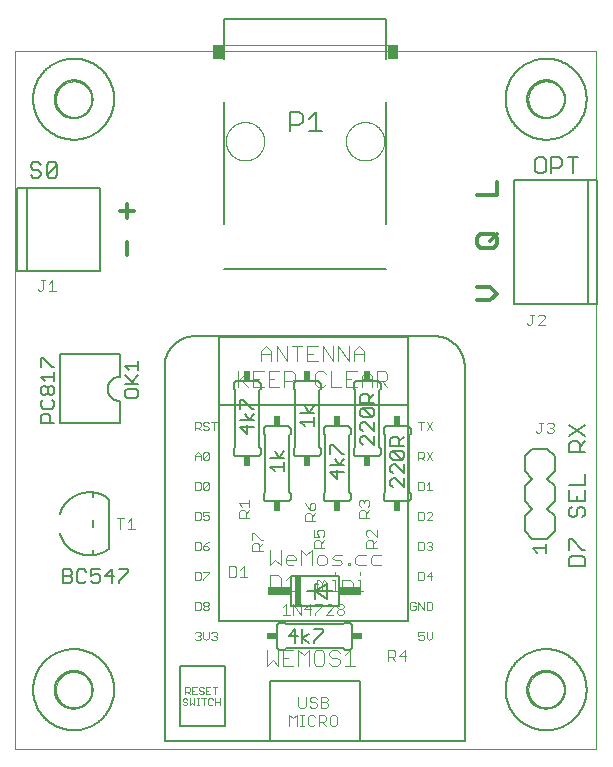
<source format=gto>
G75*
%MOIN*%
%OFA0B0*%
%FSLAX25Y25*%
%IPPOS*%
%LPD*%
%AMOC8*
5,1,8,0,0,1.08239X$1,22.5*
%
%ADD10C,0.00000*%
%ADD11C,0.00800*%
%ADD12C,0.00400*%
%ADD13C,0.01200*%
%ADD14C,0.00600*%
%ADD15R,0.02400X0.03400*%
%ADD16C,0.00500*%
%ADD17C,0.00200*%
%ADD18C,0.00300*%
%ADD19C,0.00039*%
%ADD20R,0.03642X0.05091*%
%ADD21R,0.02000X0.10000*%
%ADD22R,0.07500X0.03000*%
%ADD23R,0.03400X0.02400*%
D10*
X0001800Y0001800D02*
X0001800Y0234261D01*
X0195501Y0234261D01*
X0195501Y0001800D01*
X0001800Y0001800D01*
X0015579Y0021485D02*
X0015581Y0021638D01*
X0015587Y0021792D01*
X0015597Y0021945D01*
X0015611Y0022097D01*
X0015629Y0022250D01*
X0015651Y0022401D01*
X0015676Y0022552D01*
X0015706Y0022703D01*
X0015740Y0022853D01*
X0015777Y0023001D01*
X0015818Y0023149D01*
X0015863Y0023295D01*
X0015912Y0023441D01*
X0015965Y0023585D01*
X0016021Y0023727D01*
X0016081Y0023868D01*
X0016145Y0024008D01*
X0016212Y0024146D01*
X0016283Y0024282D01*
X0016358Y0024416D01*
X0016435Y0024548D01*
X0016517Y0024678D01*
X0016601Y0024806D01*
X0016689Y0024932D01*
X0016780Y0025055D01*
X0016874Y0025176D01*
X0016972Y0025294D01*
X0017072Y0025410D01*
X0017176Y0025523D01*
X0017282Y0025634D01*
X0017391Y0025742D01*
X0017503Y0025847D01*
X0017617Y0025948D01*
X0017735Y0026047D01*
X0017854Y0026143D01*
X0017976Y0026236D01*
X0018101Y0026325D01*
X0018228Y0026412D01*
X0018357Y0026494D01*
X0018488Y0026574D01*
X0018621Y0026650D01*
X0018756Y0026723D01*
X0018893Y0026792D01*
X0019032Y0026857D01*
X0019172Y0026919D01*
X0019314Y0026977D01*
X0019457Y0027032D01*
X0019602Y0027083D01*
X0019748Y0027130D01*
X0019895Y0027173D01*
X0020043Y0027212D01*
X0020192Y0027248D01*
X0020342Y0027279D01*
X0020493Y0027307D01*
X0020644Y0027331D01*
X0020797Y0027351D01*
X0020949Y0027367D01*
X0021102Y0027379D01*
X0021255Y0027387D01*
X0021408Y0027391D01*
X0021562Y0027391D01*
X0021715Y0027387D01*
X0021868Y0027379D01*
X0022021Y0027367D01*
X0022173Y0027351D01*
X0022326Y0027331D01*
X0022477Y0027307D01*
X0022628Y0027279D01*
X0022778Y0027248D01*
X0022927Y0027212D01*
X0023075Y0027173D01*
X0023222Y0027130D01*
X0023368Y0027083D01*
X0023513Y0027032D01*
X0023656Y0026977D01*
X0023798Y0026919D01*
X0023938Y0026857D01*
X0024077Y0026792D01*
X0024214Y0026723D01*
X0024349Y0026650D01*
X0024482Y0026574D01*
X0024613Y0026494D01*
X0024742Y0026412D01*
X0024869Y0026325D01*
X0024994Y0026236D01*
X0025116Y0026143D01*
X0025235Y0026047D01*
X0025353Y0025948D01*
X0025467Y0025847D01*
X0025579Y0025742D01*
X0025688Y0025634D01*
X0025794Y0025523D01*
X0025898Y0025410D01*
X0025998Y0025294D01*
X0026096Y0025176D01*
X0026190Y0025055D01*
X0026281Y0024932D01*
X0026369Y0024806D01*
X0026453Y0024678D01*
X0026535Y0024548D01*
X0026612Y0024416D01*
X0026687Y0024282D01*
X0026758Y0024146D01*
X0026825Y0024008D01*
X0026889Y0023868D01*
X0026949Y0023727D01*
X0027005Y0023585D01*
X0027058Y0023441D01*
X0027107Y0023295D01*
X0027152Y0023149D01*
X0027193Y0023001D01*
X0027230Y0022853D01*
X0027264Y0022703D01*
X0027294Y0022552D01*
X0027319Y0022401D01*
X0027341Y0022250D01*
X0027359Y0022097D01*
X0027373Y0021945D01*
X0027383Y0021792D01*
X0027389Y0021638D01*
X0027391Y0021485D01*
X0027389Y0021332D01*
X0027383Y0021178D01*
X0027373Y0021025D01*
X0027359Y0020873D01*
X0027341Y0020720D01*
X0027319Y0020569D01*
X0027294Y0020418D01*
X0027264Y0020267D01*
X0027230Y0020117D01*
X0027193Y0019969D01*
X0027152Y0019821D01*
X0027107Y0019675D01*
X0027058Y0019529D01*
X0027005Y0019385D01*
X0026949Y0019243D01*
X0026889Y0019102D01*
X0026825Y0018962D01*
X0026758Y0018824D01*
X0026687Y0018688D01*
X0026612Y0018554D01*
X0026535Y0018422D01*
X0026453Y0018292D01*
X0026369Y0018164D01*
X0026281Y0018038D01*
X0026190Y0017915D01*
X0026096Y0017794D01*
X0025998Y0017676D01*
X0025898Y0017560D01*
X0025794Y0017447D01*
X0025688Y0017336D01*
X0025579Y0017228D01*
X0025467Y0017123D01*
X0025353Y0017022D01*
X0025235Y0016923D01*
X0025116Y0016827D01*
X0024994Y0016734D01*
X0024869Y0016645D01*
X0024742Y0016558D01*
X0024613Y0016476D01*
X0024482Y0016396D01*
X0024349Y0016320D01*
X0024214Y0016247D01*
X0024077Y0016178D01*
X0023938Y0016113D01*
X0023798Y0016051D01*
X0023656Y0015993D01*
X0023513Y0015938D01*
X0023368Y0015887D01*
X0023222Y0015840D01*
X0023075Y0015797D01*
X0022927Y0015758D01*
X0022778Y0015722D01*
X0022628Y0015691D01*
X0022477Y0015663D01*
X0022326Y0015639D01*
X0022173Y0015619D01*
X0022021Y0015603D01*
X0021868Y0015591D01*
X0021715Y0015583D01*
X0021562Y0015579D01*
X0021408Y0015579D01*
X0021255Y0015583D01*
X0021102Y0015591D01*
X0020949Y0015603D01*
X0020797Y0015619D01*
X0020644Y0015639D01*
X0020493Y0015663D01*
X0020342Y0015691D01*
X0020192Y0015722D01*
X0020043Y0015758D01*
X0019895Y0015797D01*
X0019748Y0015840D01*
X0019602Y0015887D01*
X0019457Y0015938D01*
X0019314Y0015993D01*
X0019172Y0016051D01*
X0019032Y0016113D01*
X0018893Y0016178D01*
X0018756Y0016247D01*
X0018621Y0016320D01*
X0018488Y0016396D01*
X0018357Y0016476D01*
X0018228Y0016558D01*
X0018101Y0016645D01*
X0017976Y0016734D01*
X0017854Y0016827D01*
X0017735Y0016923D01*
X0017617Y0017022D01*
X0017503Y0017123D01*
X0017391Y0017228D01*
X0017282Y0017336D01*
X0017176Y0017447D01*
X0017072Y0017560D01*
X0016972Y0017676D01*
X0016874Y0017794D01*
X0016780Y0017915D01*
X0016689Y0018038D01*
X0016601Y0018164D01*
X0016517Y0018292D01*
X0016435Y0018422D01*
X0016358Y0018554D01*
X0016283Y0018688D01*
X0016212Y0018824D01*
X0016145Y0018962D01*
X0016081Y0019102D01*
X0016021Y0019243D01*
X0015965Y0019385D01*
X0015912Y0019529D01*
X0015863Y0019675D01*
X0015818Y0019821D01*
X0015777Y0019969D01*
X0015740Y0020117D01*
X0015706Y0020267D01*
X0015676Y0020418D01*
X0015651Y0020569D01*
X0015629Y0020720D01*
X0015611Y0020873D01*
X0015597Y0021025D01*
X0015587Y0021178D01*
X0015581Y0021332D01*
X0015579Y0021485D01*
X0072231Y0204300D02*
X0072233Y0204460D01*
X0072239Y0204619D01*
X0072249Y0204778D01*
X0072263Y0204937D01*
X0072281Y0205096D01*
X0072302Y0205254D01*
X0072328Y0205411D01*
X0072358Y0205568D01*
X0072391Y0205724D01*
X0072429Y0205879D01*
X0072470Y0206033D01*
X0072515Y0206186D01*
X0072564Y0206338D01*
X0072617Y0206489D01*
X0072673Y0206638D01*
X0072734Y0206786D01*
X0072797Y0206932D01*
X0072865Y0207077D01*
X0072936Y0207220D01*
X0073010Y0207361D01*
X0073088Y0207500D01*
X0073170Y0207637D01*
X0073255Y0207772D01*
X0073343Y0207905D01*
X0073435Y0208036D01*
X0073529Y0208164D01*
X0073627Y0208290D01*
X0073728Y0208414D01*
X0073832Y0208535D01*
X0073939Y0208653D01*
X0074049Y0208769D01*
X0074162Y0208882D01*
X0074278Y0208992D01*
X0074396Y0209099D01*
X0074517Y0209203D01*
X0074641Y0209304D01*
X0074767Y0209402D01*
X0074895Y0209496D01*
X0075026Y0209588D01*
X0075159Y0209676D01*
X0075294Y0209761D01*
X0075431Y0209843D01*
X0075570Y0209921D01*
X0075711Y0209995D01*
X0075854Y0210066D01*
X0075999Y0210134D01*
X0076145Y0210197D01*
X0076293Y0210258D01*
X0076442Y0210314D01*
X0076593Y0210367D01*
X0076745Y0210416D01*
X0076898Y0210461D01*
X0077052Y0210502D01*
X0077207Y0210540D01*
X0077363Y0210573D01*
X0077520Y0210603D01*
X0077677Y0210629D01*
X0077835Y0210650D01*
X0077994Y0210668D01*
X0078153Y0210682D01*
X0078312Y0210692D01*
X0078471Y0210698D01*
X0078631Y0210700D01*
X0078791Y0210698D01*
X0078950Y0210692D01*
X0079109Y0210682D01*
X0079268Y0210668D01*
X0079427Y0210650D01*
X0079585Y0210629D01*
X0079742Y0210603D01*
X0079899Y0210573D01*
X0080055Y0210540D01*
X0080210Y0210502D01*
X0080364Y0210461D01*
X0080517Y0210416D01*
X0080669Y0210367D01*
X0080820Y0210314D01*
X0080969Y0210258D01*
X0081117Y0210197D01*
X0081263Y0210134D01*
X0081408Y0210066D01*
X0081551Y0209995D01*
X0081692Y0209921D01*
X0081831Y0209843D01*
X0081968Y0209761D01*
X0082103Y0209676D01*
X0082236Y0209588D01*
X0082367Y0209496D01*
X0082495Y0209402D01*
X0082621Y0209304D01*
X0082745Y0209203D01*
X0082866Y0209099D01*
X0082984Y0208992D01*
X0083100Y0208882D01*
X0083213Y0208769D01*
X0083323Y0208653D01*
X0083430Y0208535D01*
X0083534Y0208414D01*
X0083635Y0208290D01*
X0083733Y0208164D01*
X0083827Y0208036D01*
X0083919Y0207905D01*
X0084007Y0207772D01*
X0084092Y0207637D01*
X0084174Y0207500D01*
X0084252Y0207361D01*
X0084326Y0207220D01*
X0084397Y0207077D01*
X0084465Y0206932D01*
X0084528Y0206786D01*
X0084589Y0206638D01*
X0084645Y0206489D01*
X0084698Y0206338D01*
X0084747Y0206186D01*
X0084792Y0206033D01*
X0084833Y0205879D01*
X0084871Y0205724D01*
X0084904Y0205568D01*
X0084934Y0205411D01*
X0084960Y0205254D01*
X0084981Y0205096D01*
X0084999Y0204937D01*
X0085013Y0204778D01*
X0085023Y0204619D01*
X0085029Y0204460D01*
X0085031Y0204300D01*
X0085029Y0204140D01*
X0085023Y0203981D01*
X0085013Y0203822D01*
X0084999Y0203663D01*
X0084981Y0203504D01*
X0084960Y0203346D01*
X0084934Y0203189D01*
X0084904Y0203032D01*
X0084871Y0202876D01*
X0084833Y0202721D01*
X0084792Y0202567D01*
X0084747Y0202414D01*
X0084698Y0202262D01*
X0084645Y0202111D01*
X0084589Y0201962D01*
X0084528Y0201814D01*
X0084465Y0201668D01*
X0084397Y0201523D01*
X0084326Y0201380D01*
X0084252Y0201239D01*
X0084174Y0201100D01*
X0084092Y0200963D01*
X0084007Y0200828D01*
X0083919Y0200695D01*
X0083827Y0200564D01*
X0083733Y0200436D01*
X0083635Y0200310D01*
X0083534Y0200186D01*
X0083430Y0200065D01*
X0083323Y0199947D01*
X0083213Y0199831D01*
X0083100Y0199718D01*
X0082984Y0199608D01*
X0082866Y0199501D01*
X0082745Y0199397D01*
X0082621Y0199296D01*
X0082495Y0199198D01*
X0082367Y0199104D01*
X0082236Y0199012D01*
X0082103Y0198924D01*
X0081968Y0198839D01*
X0081831Y0198757D01*
X0081692Y0198679D01*
X0081551Y0198605D01*
X0081408Y0198534D01*
X0081263Y0198466D01*
X0081117Y0198403D01*
X0080969Y0198342D01*
X0080820Y0198286D01*
X0080669Y0198233D01*
X0080517Y0198184D01*
X0080364Y0198139D01*
X0080210Y0198098D01*
X0080055Y0198060D01*
X0079899Y0198027D01*
X0079742Y0197997D01*
X0079585Y0197971D01*
X0079427Y0197950D01*
X0079268Y0197932D01*
X0079109Y0197918D01*
X0078950Y0197908D01*
X0078791Y0197902D01*
X0078631Y0197900D01*
X0078471Y0197902D01*
X0078312Y0197908D01*
X0078153Y0197918D01*
X0077994Y0197932D01*
X0077835Y0197950D01*
X0077677Y0197971D01*
X0077520Y0197997D01*
X0077363Y0198027D01*
X0077207Y0198060D01*
X0077052Y0198098D01*
X0076898Y0198139D01*
X0076745Y0198184D01*
X0076593Y0198233D01*
X0076442Y0198286D01*
X0076293Y0198342D01*
X0076145Y0198403D01*
X0075999Y0198466D01*
X0075854Y0198534D01*
X0075711Y0198605D01*
X0075570Y0198679D01*
X0075431Y0198757D01*
X0075294Y0198839D01*
X0075159Y0198924D01*
X0075026Y0199012D01*
X0074895Y0199104D01*
X0074767Y0199198D01*
X0074641Y0199296D01*
X0074517Y0199397D01*
X0074396Y0199501D01*
X0074278Y0199608D01*
X0074162Y0199718D01*
X0074049Y0199831D01*
X0073939Y0199947D01*
X0073832Y0200065D01*
X0073728Y0200186D01*
X0073627Y0200310D01*
X0073529Y0200436D01*
X0073435Y0200564D01*
X0073343Y0200695D01*
X0073255Y0200828D01*
X0073170Y0200963D01*
X0073088Y0201100D01*
X0073010Y0201239D01*
X0072936Y0201380D01*
X0072865Y0201523D01*
X0072797Y0201668D01*
X0072734Y0201814D01*
X0072673Y0201962D01*
X0072617Y0202111D01*
X0072564Y0202262D01*
X0072515Y0202414D01*
X0072470Y0202567D01*
X0072429Y0202721D01*
X0072391Y0202876D01*
X0072358Y0203032D01*
X0072328Y0203189D01*
X0072302Y0203346D01*
X0072281Y0203504D01*
X0072263Y0203663D01*
X0072249Y0203822D01*
X0072239Y0203981D01*
X0072233Y0204140D01*
X0072231Y0204300D01*
X0112231Y0204300D02*
X0112233Y0204460D01*
X0112239Y0204619D01*
X0112249Y0204778D01*
X0112263Y0204937D01*
X0112281Y0205096D01*
X0112302Y0205254D01*
X0112328Y0205411D01*
X0112358Y0205568D01*
X0112391Y0205724D01*
X0112429Y0205879D01*
X0112470Y0206033D01*
X0112515Y0206186D01*
X0112564Y0206338D01*
X0112617Y0206489D01*
X0112673Y0206638D01*
X0112734Y0206786D01*
X0112797Y0206932D01*
X0112865Y0207077D01*
X0112936Y0207220D01*
X0113010Y0207361D01*
X0113088Y0207500D01*
X0113170Y0207637D01*
X0113255Y0207772D01*
X0113343Y0207905D01*
X0113435Y0208036D01*
X0113529Y0208164D01*
X0113627Y0208290D01*
X0113728Y0208414D01*
X0113832Y0208535D01*
X0113939Y0208653D01*
X0114049Y0208769D01*
X0114162Y0208882D01*
X0114278Y0208992D01*
X0114396Y0209099D01*
X0114517Y0209203D01*
X0114641Y0209304D01*
X0114767Y0209402D01*
X0114895Y0209496D01*
X0115026Y0209588D01*
X0115159Y0209676D01*
X0115294Y0209761D01*
X0115431Y0209843D01*
X0115570Y0209921D01*
X0115711Y0209995D01*
X0115854Y0210066D01*
X0115999Y0210134D01*
X0116145Y0210197D01*
X0116293Y0210258D01*
X0116442Y0210314D01*
X0116593Y0210367D01*
X0116745Y0210416D01*
X0116898Y0210461D01*
X0117052Y0210502D01*
X0117207Y0210540D01*
X0117363Y0210573D01*
X0117520Y0210603D01*
X0117677Y0210629D01*
X0117835Y0210650D01*
X0117994Y0210668D01*
X0118153Y0210682D01*
X0118312Y0210692D01*
X0118471Y0210698D01*
X0118631Y0210700D01*
X0118791Y0210698D01*
X0118950Y0210692D01*
X0119109Y0210682D01*
X0119268Y0210668D01*
X0119427Y0210650D01*
X0119585Y0210629D01*
X0119742Y0210603D01*
X0119899Y0210573D01*
X0120055Y0210540D01*
X0120210Y0210502D01*
X0120364Y0210461D01*
X0120517Y0210416D01*
X0120669Y0210367D01*
X0120820Y0210314D01*
X0120969Y0210258D01*
X0121117Y0210197D01*
X0121263Y0210134D01*
X0121408Y0210066D01*
X0121551Y0209995D01*
X0121692Y0209921D01*
X0121831Y0209843D01*
X0121968Y0209761D01*
X0122103Y0209676D01*
X0122236Y0209588D01*
X0122367Y0209496D01*
X0122495Y0209402D01*
X0122621Y0209304D01*
X0122745Y0209203D01*
X0122866Y0209099D01*
X0122984Y0208992D01*
X0123100Y0208882D01*
X0123213Y0208769D01*
X0123323Y0208653D01*
X0123430Y0208535D01*
X0123534Y0208414D01*
X0123635Y0208290D01*
X0123733Y0208164D01*
X0123827Y0208036D01*
X0123919Y0207905D01*
X0124007Y0207772D01*
X0124092Y0207637D01*
X0124174Y0207500D01*
X0124252Y0207361D01*
X0124326Y0207220D01*
X0124397Y0207077D01*
X0124465Y0206932D01*
X0124528Y0206786D01*
X0124589Y0206638D01*
X0124645Y0206489D01*
X0124698Y0206338D01*
X0124747Y0206186D01*
X0124792Y0206033D01*
X0124833Y0205879D01*
X0124871Y0205724D01*
X0124904Y0205568D01*
X0124934Y0205411D01*
X0124960Y0205254D01*
X0124981Y0205096D01*
X0124999Y0204937D01*
X0125013Y0204778D01*
X0125023Y0204619D01*
X0125029Y0204460D01*
X0125031Y0204300D01*
X0125029Y0204140D01*
X0125023Y0203981D01*
X0125013Y0203822D01*
X0124999Y0203663D01*
X0124981Y0203504D01*
X0124960Y0203346D01*
X0124934Y0203189D01*
X0124904Y0203032D01*
X0124871Y0202876D01*
X0124833Y0202721D01*
X0124792Y0202567D01*
X0124747Y0202414D01*
X0124698Y0202262D01*
X0124645Y0202111D01*
X0124589Y0201962D01*
X0124528Y0201814D01*
X0124465Y0201668D01*
X0124397Y0201523D01*
X0124326Y0201380D01*
X0124252Y0201239D01*
X0124174Y0201100D01*
X0124092Y0200963D01*
X0124007Y0200828D01*
X0123919Y0200695D01*
X0123827Y0200564D01*
X0123733Y0200436D01*
X0123635Y0200310D01*
X0123534Y0200186D01*
X0123430Y0200065D01*
X0123323Y0199947D01*
X0123213Y0199831D01*
X0123100Y0199718D01*
X0122984Y0199608D01*
X0122866Y0199501D01*
X0122745Y0199397D01*
X0122621Y0199296D01*
X0122495Y0199198D01*
X0122367Y0199104D01*
X0122236Y0199012D01*
X0122103Y0198924D01*
X0121968Y0198839D01*
X0121831Y0198757D01*
X0121692Y0198679D01*
X0121551Y0198605D01*
X0121408Y0198534D01*
X0121263Y0198466D01*
X0121117Y0198403D01*
X0120969Y0198342D01*
X0120820Y0198286D01*
X0120669Y0198233D01*
X0120517Y0198184D01*
X0120364Y0198139D01*
X0120210Y0198098D01*
X0120055Y0198060D01*
X0119899Y0198027D01*
X0119742Y0197997D01*
X0119585Y0197971D01*
X0119427Y0197950D01*
X0119268Y0197932D01*
X0119109Y0197918D01*
X0118950Y0197908D01*
X0118791Y0197902D01*
X0118631Y0197900D01*
X0118471Y0197902D01*
X0118312Y0197908D01*
X0118153Y0197918D01*
X0117994Y0197932D01*
X0117835Y0197950D01*
X0117677Y0197971D01*
X0117520Y0197997D01*
X0117363Y0198027D01*
X0117207Y0198060D01*
X0117052Y0198098D01*
X0116898Y0198139D01*
X0116745Y0198184D01*
X0116593Y0198233D01*
X0116442Y0198286D01*
X0116293Y0198342D01*
X0116145Y0198403D01*
X0115999Y0198466D01*
X0115854Y0198534D01*
X0115711Y0198605D01*
X0115570Y0198679D01*
X0115431Y0198757D01*
X0115294Y0198839D01*
X0115159Y0198924D01*
X0115026Y0199012D01*
X0114895Y0199104D01*
X0114767Y0199198D01*
X0114641Y0199296D01*
X0114517Y0199397D01*
X0114396Y0199501D01*
X0114278Y0199608D01*
X0114162Y0199718D01*
X0114049Y0199831D01*
X0113939Y0199947D01*
X0113832Y0200065D01*
X0113728Y0200186D01*
X0113627Y0200310D01*
X0113529Y0200436D01*
X0113435Y0200564D01*
X0113343Y0200695D01*
X0113255Y0200828D01*
X0113170Y0200963D01*
X0113088Y0201100D01*
X0113010Y0201239D01*
X0112936Y0201380D01*
X0112865Y0201523D01*
X0112797Y0201668D01*
X0112734Y0201814D01*
X0112673Y0201962D01*
X0112617Y0202111D01*
X0112564Y0202262D01*
X0112515Y0202414D01*
X0112470Y0202567D01*
X0112429Y0202721D01*
X0112391Y0202876D01*
X0112358Y0203032D01*
X0112328Y0203189D01*
X0112302Y0203346D01*
X0112281Y0203504D01*
X0112263Y0203663D01*
X0112249Y0203822D01*
X0112239Y0203981D01*
X0112233Y0204140D01*
X0112231Y0204300D01*
X0173059Y0218335D02*
X0173061Y0218488D01*
X0173067Y0218642D01*
X0173077Y0218795D01*
X0173091Y0218947D01*
X0173109Y0219100D01*
X0173131Y0219251D01*
X0173156Y0219402D01*
X0173186Y0219553D01*
X0173220Y0219703D01*
X0173257Y0219851D01*
X0173298Y0219999D01*
X0173343Y0220145D01*
X0173392Y0220291D01*
X0173445Y0220435D01*
X0173501Y0220577D01*
X0173561Y0220718D01*
X0173625Y0220858D01*
X0173692Y0220996D01*
X0173763Y0221132D01*
X0173838Y0221266D01*
X0173915Y0221398D01*
X0173997Y0221528D01*
X0174081Y0221656D01*
X0174169Y0221782D01*
X0174260Y0221905D01*
X0174354Y0222026D01*
X0174452Y0222144D01*
X0174552Y0222260D01*
X0174656Y0222373D01*
X0174762Y0222484D01*
X0174871Y0222592D01*
X0174983Y0222697D01*
X0175097Y0222798D01*
X0175215Y0222897D01*
X0175334Y0222993D01*
X0175456Y0223086D01*
X0175581Y0223175D01*
X0175708Y0223262D01*
X0175837Y0223344D01*
X0175968Y0223424D01*
X0176101Y0223500D01*
X0176236Y0223573D01*
X0176373Y0223642D01*
X0176512Y0223707D01*
X0176652Y0223769D01*
X0176794Y0223827D01*
X0176937Y0223882D01*
X0177082Y0223933D01*
X0177228Y0223980D01*
X0177375Y0224023D01*
X0177523Y0224062D01*
X0177672Y0224098D01*
X0177822Y0224129D01*
X0177973Y0224157D01*
X0178124Y0224181D01*
X0178277Y0224201D01*
X0178429Y0224217D01*
X0178582Y0224229D01*
X0178735Y0224237D01*
X0178888Y0224241D01*
X0179042Y0224241D01*
X0179195Y0224237D01*
X0179348Y0224229D01*
X0179501Y0224217D01*
X0179653Y0224201D01*
X0179806Y0224181D01*
X0179957Y0224157D01*
X0180108Y0224129D01*
X0180258Y0224098D01*
X0180407Y0224062D01*
X0180555Y0224023D01*
X0180702Y0223980D01*
X0180848Y0223933D01*
X0180993Y0223882D01*
X0181136Y0223827D01*
X0181278Y0223769D01*
X0181418Y0223707D01*
X0181557Y0223642D01*
X0181694Y0223573D01*
X0181829Y0223500D01*
X0181962Y0223424D01*
X0182093Y0223344D01*
X0182222Y0223262D01*
X0182349Y0223175D01*
X0182474Y0223086D01*
X0182596Y0222993D01*
X0182715Y0222897D01*
X0182833Y0222798D01*
X0182947Y0222697D01*
X0183059Y0222592D01*
X0183168Y0222484D01*
X0183274Y0222373D01*
X0183378Y0222260D01*
X0183478Y0222144D01*
X0183576Y0222026D01*
X0183670Y0221905D01*
X0183761Y0221782D01*
X0183849Y0221656D01*
X0183933Y0221528D01*
X0184015Y0221398D01*
X0184092Y0221266D01*
X0184167Y0221132D01*
X0184238Y0220996D01*
X0184305Y0220858D01*
X0184369Y0220718D01*
X0184429Y0220577D01*
X0184485Y0220435D01*
X0184538Y0220291D01*
X0184587Y0220145D01*
X0184632Y0219999D01*
X0184673Y0219851D01*
X0184710Y0219703D01*
X0184744Y0219553D01*
X0184774Y0219402D01*
X0184799Y0219251D01*
X0184821Y0219100D01*
X0184839Y0218947D01*
X0184853Y0218795D01*
X0184863Y0218642D01*
X0184869Y0218488D01*
X0184871Y0218335D01*
X0184869Y0218182D01*
X0184863Y0218028D01*
X0184853Y0217875D01*
X0184839Y0217723D01*
X0184821Y0217570D01*
X0184799Y0217419D01*
X0184774Y0217268D01*
X0184744Y0217117D01*
X0184710Y0216967D01*
X0184673Y0216819D01*
X0184632Y0216671D01*
X0184587Y0216525D01*
X0184538Y0216379D01*
X0184485Y0216235D01*
X0184429Y0216093D01*
X0184369Y0215952D01*
X0184305Y0215812D01*
X0184238Y0215674D01*
X0184167Y0215538D01*
X0184092Y0215404D01*
X0184015Y0215272D01*
X0183933Y0215142D01*
X0183849Y0215014D01*
X0183761Y0214888D01*
X0183670Y0214765D01*
X0183576Y0214644D01*
X0183478Y0214526D01*
X0183378Y0214410D01*
X0183274Y0214297D01*
X0183168Y0214186D01*
X0183059Y0214078D01*
X0182947Y0213973D01*
X0182833Y0213872D01*
X0182715Y0213773D01*
X0182596Y0213677D01*
X0182474Y0213584D01*
X0182349Y0213495D01*
X0182222Y0213408D01*
X0182093Y0213326D01*
X0181962Y0213246D01*
X0181829Y0213170D01*
X0181694Y0213097D01*
X0181557Y0213028D01*
X0181418Y0212963D01*
X0181278Y0212901D01*
X0181136Y0212843D01*
X0180993Y0212788D01*
X0180848Y0212737D01*
X0180702Y0212690D01*
X0180555Y0212647D01*
X0180407Y0212608D01*
X0180258Y0212572D01*
X0180108Y0212541D01*
X0179957Y0212513D01*
X0179806Y0212489D01*
X0179653Y0212469D01*
X0179501Y0212453D01*
X0179348Y0212441D01*
X0179195Y0212433D01*
X0179042Y0212429D01*
X0178888Y0212429D01*
X0178735Y0212433D01*
X0178582Y0212441D01*
X0178429Y0212453D01*
X0178277Y0212469D01*
X0178124Y0212489D01*
X0177973Y0212513D01*
X0177822Y0212541D01*
X0177672Y0212572D01*
X0177523Y0212608D01*
X0177375Y0212647D01*
X0177228Y0212690D01*
X0177082Y0212737D01*
X0176937Y0212788D01*
X0176794Y0212843D01*
X0176652Y0212901D01*
X0176512Y0212963D01*
X0176373Y0213028D01*
X0176236Y0213097D01*
X0176101Y0213170D01*
X0175968Y0213246D01*
X0175837Y0213326D01*
X0175708Y0213408D01*
X0175581Y0213495D01*
X0175456Y0213584D01*
X0175334Y0213677D01*
X0175215Y0213773D01*
X0175097Y0213872D01*
X0174983Y0213973D01*
X0174871Y0214078D01*
X0174762Y0214186D01*
X0174656Y0214297D01*
X0174552Y0214410D01*
X0174452Y0214526D01*
X0174354Y0214644D01*
X0174260Y0214765D01*
X0174169Y0214888D01*
X0174081Y0215014D01*
X0173997Y0215142D01*
X0173915Y0215272D01*
X0173838Y0215404D01*
X0173763Y0215538D01*
X0173692Y0215674D01*
X0173625Y0215812D01*
X0173561Y0215952D01*
X0173501Y0216093D01*
X0173445Y0216235D01*
X0173392Y0216379D01*
X0173343Y0216525D01*
X0173298Y0216671D01*
X0173257Y0216819D01*
X0173220Y0216967D01*
X0173186Y0217117D01*
X0173156Y0217268D01*
X0173131Y0217419D01*
X0173109Y0217570D01*
X0173091Y0217723D01*
X0173077Y0217875D01*
X0173067Y0218028D01*
X0173061Y0218182D01*
X0173059Y0218335D01*
X0015579Y0218335D02*
X0015581Y0218488D01*
X0015587Y0218642D01*
X0015597Y0218795D01*
X0015611Y0218947D01*
X0015629Y0219100D01*
X0015651Y0219251D01*
X0015676Y0219402D01*
X0015706Y0219553D01*
X0015740Y0219703D01*
X0015777Y0219851D01*
X0015818Y0219999D01*
X0015863Y0220145D01*
X0015912Y0220291D01*
X0015965Y0220435D01*
X0016021Y0220577D01*
X0016081Y0220718D01*
X0016145Y0220858D01*
X0016212Y0220996D01*
X0016283Y0221132D01*
X0016358Y0221266D01*
X0016435Y0221398D01*
X0016517Y0221528D01*
X0016601Y0221656D01*
X0016689Y0221782D01*
X0016780Y0221905D01*
X0016874Y0222026D01*
X0016972Y0222144D01*
X0017072Y0222260D01*
X0017176Y0222373D01*
X0017282Y0222484D01*
X0017391Y0222592D01*
X0017503Y0222697D01*
X0017617Y0222798D01*
X0017735Y0222897D01*
X0017854Y0222993D01*
X0017976Y0223086D01*
X0018101Y0223175D01*
X0018228Y0223262D01*
X0018357Y0223344D01*
X0018488Y0223424D01*
X0018621Y0223500D01*
X0018756Y0223573D01*
X0018893Y0223642D01*
X0019032Y0223707D01*
X0019172Y0223769D01*
X0019314Y0223827D01*
X0019457Y0223882D01*
X0019602Y0223933D01*
X0019748Y0223980D01*
X0019895Y0224023D01*
X0020043Y0224062D01*
X0020192Y0224098D01*
X0020342Y0224129D01*
X0020493Y0224157D01*
X0020644Y0224181D01*
X0020797Y0224201D01*
X0020949Y0224217D01*
X0021102Y0224229D01*
X0021255Y0224237D01*
X0021408Y0224241D01*
X0021562Y0224241D01*
X0021715Y0224237D01*
X0021868Y0224229D01*
X0022021Y0224217D01*
X0022173Y0224201D01*
X0022326Y0224181D01*
X0022477Y0224157D01*
X0022628Y0224129D01*
X0022778Y0224098D01*
X0022927Y0224062D01*
X0023075Y0224023D01*
X0023222Y0223980D01*
X0023368Y0223933D01*
X0023513Y0223882D01*
X0023656Y0223827D01*
X0023798Y0223769D01*
X0023938Y0223707D01*
X0024077Y0223642D01*
X0024214Y0223573D01*
X0024349Y0223500D01*
X0024482Y0223424D01*
X0024613Y0223344D01*
X0024742Y0223262D01*
X0024869Y0223175D01*
X0024994Y0223086D01*
X0025116Y0222993D01*
X0025235Y0222897D01*
X0025353Y0222798D01*
X0025467Y0222697D01*
X0025579Y0222592D01*
X0025688Y0222484D01*
X0025794Y0222373D01*
X0025898Y0222260D01*
X0025998Y0222144D01*
X0026096Y0222026D01*
X0026190Y0221905D01*
X0026281Y0221782D01*
X0026369Y0221656D01*
X0026453Y0221528D01*
X0026535Y0221398D01*
X0026612Y0221266D01*
X0026687Y0221132D01*
X0026758Y0220996D01*
X0026825Y0220858D01*
X0026889Y0220718D01*
X0026949Y0220577D01*
X0027005Y0220435D01*
X0027058Y0220291D01*
X0027107Y0220145D01*
X0027152Y0219999D01*
X0027193Y0219851D01*
X0027230Y0219703D01*
X0027264Y0219553D01*
X0027294Y0219402D01*
X0027319Y0219251D01*
X0027341Y0219100D01*
X0027359Y0218947D01*
X0027373Y0218795D01*
X0027383Y0218642D01*
X0027389Y0218488D01*
X0027391Y0218335D01*
X0027389Y0218182D01*
X0027383Y0218028D01*
X0027373Y0217875D01*
X0027359Y0217723D01*
X0027341Y0217570D01*
X0027319Y0217419D01*
X0027294Y0217268D01*
X0027264Y0217117D01*
X0027230Y0216967D01*
X0027193Y0216819D01*
X0027152Y0216671D01*
X0027107Y0216525D01*
X0027058Y0216379D01*
X0027005Y0216235D01*
X0026949Y0216093D01*
X0026889Y0215952D01*
X0026825Y0215812D01*
X0026758Y0215674D01*
X0026687Y0215538D01*
X0026612Y0215404D01*
X0026535Y0215272D01*
X0026453Y0215142D01*
X0026369Y0215014D01*
X0026281Y0214888D01*
X0026190Y0214765D01*
X0026096Y0214644D01*
X0025998Y0214526D01*
X0025898Y0214410D01*
X0025794Y0214297D01*
X0025688Y0214186D01*
X0025579Y0214078D01*
X0025467Y0213973D01*
X0025353Y0213872D01*
X0025235Y0213773D01*
X0025116Y0213677D01*
X0024994Y0213584D01*
X0024869Y0213495D01*
X0024742Y0213408D01*
X0024613Y0213326D01*
X0024482Y0213246D01*
X0024349Y0213170D01*
X0024214Y0213097D01*
X0024077Y0213028D01*
X0023938Y0212963D01*
X0023798Y0212901D01*
X0023656Y0212843D01*
X0023513Y0212788D01*
X0023368Y0212737D01*
X0023222Y0212690D01*
X0023075Y0212647D01*
X0022927Y0212608D01*
X0022778Y0212572D01*
X0022628Y0212541D01*
X0022477Y0212513D01*
X0022326Y0212489D01*
X0022173Y0212469D01*
X0022021Y0212453D01*
X0021868Y0212441D01*
X0021715Y0212433D01*
X0021562Y0212429D01*
X0021408Y0212429D01*
X0021255Y0212433D01*
X0021102Y0212441D01*
X0020949Y0212453D01*
X0020797Y0212469D01*
X0020644Y0212489D01*
X0020493Y0212513D01*
X0020342Y0212541D01*
X0020192Y0212572D01*
X0020043Y0212608D01*
X0019895Y0212647D01*
X0019748Y0212690D01*
X0019602Y0212737D01*
X0019457Y0212788D01*
X0019314Y0212843D01*
X0019172Y0212901D01*
X0019032Y0212963D01*
X0018893Y0213028D01*
X0018756Y0213097D01*
X0018621Y0213170D01*
X0018488Y0213246D01*
X0018357Y0213326D01*
X0018228Y0213408D01*
X0018101Y0213495D01*
X0017976Y0213584D01*
X0017854Y0213677D01*
X0017735Y0213773D01*
X0017617Y0213872D01*
X0017503Y0213973D01*
X0017391Y0214078D01*
X0017282Y0214186D01*
X0017176Y0214297D01*
X0017072Y0214410D01*
X0016972Y0214526D01*
X0016874Y0214644D01*
X0016780Y0214765D01*
X0016689Y0214888D01*
X0016601Y0215014D01*
X0016517Y0215142D01*
X0016435Y0215272D01*
X0016358Y0215404D01*
X0016283Y0215538D01*
X0016212Y0215674D01*
X0016145Y0215812D01*
X0016081Y0215952D01*
X0016021Y0216093D01*
X0015965Y0216235D01*
X0015912Y0216379D01*
X0015863Y0216525D01*
X0015818Y0216671D01*
X0015777Y0216819D01*
X0015740Y0216967D01*
X0015706Y0217117D01*
X0015676Y0217268D01*
X0015651Y0217419D01*
X0015629Y0217570D01*
X0015611Y0217723D01*
X0015597Y0217875D01*
X0015587Y0218028D01*
X0015581Y0218182D01*
X0015579Y0218335D01*
X0173059Y0021485D02*
X0173061Y0021638D01*
X0173067Y0021792D01*
X0173077Y0021945D01*
X0173091Y0022097D01*
X0173109Y0022250D01*
X0173131Y0022401D01*
X0173156Y0022552D01*
X0173186Y0022703D01*
X0173220Y0022853D01*
X0173257Y0023001D01*
X0173298Y0023149D01*
X0173343Y0023295D01*
X0173392Y0023441D01*
X0173445Y0023585D01*
X0173501Y0023727D01*
X0173561Y0023868D01*
X0173625Y0024008D01*
X0173692Y0024146D01*
X0173763Y0024282D01*
X0173838Y0024416D01*
X0173915Y0024548D01*
X0173997Y0024678D01*
X0174081Y0024806D01*
X0174169Y0024932D01*
X0174260Y0025055D01*
X0174354Y0025176D01*
X0174452Y0025294D01*
X0174552Y0025410D01*
X0174656Y0025523D01*
X0174762Y0025634D01*
X0174871Y0025742D01*
X0174983Y0025847D01*
X0175097Y0025948D01*
X0175215Y0026047D01*
X0175334Y0026143D01*
X0175456Y0026236D01*
X0175581Y0026325D01*
X0175708Y0026412D01*
X0175837Y0026494D01*
X0175968Y0026574D01*
X0176101Y0026650D01*
X0176236Y0026723D01*
X0176373Y0026792D01*
X0176512Y0026857D01*
X0176652Y0026919D01*
X0176794Y0026977D01*
X0176937Y0027032D01*
X0177082Y0027083D01*
X0177228Y0027130D01*
X0177375Y0027173D01*
X0177523Y0027212D01*
X0177672Y0027248D01*
X0177822Y0027279D01*
X0177973Y0027307D01*
X0178124Y0027331D01*
X0178277Y0027351D01*
X0178429Y0027367D01*
X0178582Y0027379D01*
X0178735Y0027387D01*
X0178888Y0027391D01*
X0179042Y0027391D01*
X0179195Y0027387D01*
X0179348Y0027379D01*
X0179501Y0027367D01*
X0179653Y0027351D01*
X0179806Y0027331D01*
X0179957Y0027307D01*
X0180108Y0027279D01*
X0180258Y0027248D01*
X0180407Y0027212D01*
X0180555Y0027173D01*
X0180702Y0027130D01*
X0180848Y0027083D01*
X0180993Y0027032D01*
X0181136Y0026977D01*
X0181278Y0026919D01*
X0181418Y0026857D01*
X0181557Y0026792D01*
X0181694Y0026723D01*
X0181829Y0026650D01*
X0181962Y0026574D01*
X0182093Y0026494D01*
X0182222Y0026412D01*
X0182349Y0026325D01*
X0182474Y0026236D01*
X0182596Y0026143D01*
X0182715Y0026047D01*
X0182833Y0025948D01*
X0182947Y0025847D01*
X0183059Y0025742D01*
X0183168Y0025634D01*
X0183274Y0025523D01*
X0183378Y0025410D01*
X0183478Y0025294D01*
X0183576Y0025176D01*
X0183670Y0025055D01*
X0183761Y0024932D01*
X0183849Y0024806D01*
X0183933Y0024678D01*
X0184015Y0024548D01*
X0184092Y0024416D01*
X0184167Y0024282D01*
X0184238Y0024146D01*
X0184305Y0024008D01*
X0184369Y0023868D01*
X0184429Y0023727D01*
X0184485Y0023585D01*
X0184538Y0023441D01*
X0184587Y0023295D01*
X0184632Y0023149D01*
X0184673Y0023001D01*
X0184710Y0022853D01*
X0184744Y0022703D01*
X0184774Y0022552D01*
X0184799Y0022401D01*
X0184821Y0022250D01*
X0184839Y0022097D01*
X0184853Y0021945D01*
X0184863Y0021792D01*
X0184869Y0021638D01*
X0184871Y0021485D01*
X0184869Y0021332D01*
X0184863Y0021178D01*
X0184853Y0021025D01*
X0184839Y0020873D01*
X0184821Y0020720D01*
X0184799Y0020569D01*
X0184774Y0020418D01*
X0184744Y0020267D01*
X0184710Y0020117D01*
X0184673Y0019969D01*
X0184632Y0019821D01*
X0184587Y0019675D01*
X0184538Y0019529D01*
X0184485Y0019385D01*
X0184429Y0019243D01*
X0184369Y0019102D01*
X0184305Y0018962D01*
X0184238Y0018824D01*
X0184167Y0018688D01*
X0184092Y0018554D01*
X0184015Y0018422D01*
X0183933Y0018292D01*
X0183849Y0018164D01*
X0183761Y0018038D01*
X0183670Y0017915D01*
X0183576Y0017794D01*
X0183478Y0017676D01*
X0183378Y0017560D01*
X0183274Y0017447D01*
X0183168Y0017336D01*
X0183059Y0017228D01*
X0182947Y0017123D01*
X0182833Y0017022D01*
X0182715Y0016923D01*
X0182596Y0016827D01*
X0182474Y0016734D01*
X0182349Y0016645D01*
X0182222Y0016558D01*
X0182093Y0016476D01*
X0181962Y0016396D01*
X0181829Y0016320D01*
X0181694Y0016247D01*
X0181557Y0016178D01*
X0181418Y0016113D01*
X0181278Y0016051D01*
X0181136Y0015993D01*
X0180993Y0015938D01*
X0180848Y0015887D01*
X0180702Y0015840D01*
X0180555Y0015797D01*
X0180407Y0015758D01*
X0180258Y0015722D01*
X0180108Y0015691D01*
X0179957Y0015663D01*
X0179806Y0015639D01*
X0179653Y0015619D01*
X0179501Y0015603D01*
X0179348Y0015591D01*
X0179195Y0015583D01*
X0179042Y0015579D01*
X0178888Y0015579D01*
X0178735Y0015583D01*
X0178582Y0015591D01*
X0178429Y0015603D01*
X0178277Y0015619D01*
X0178124Y0015639D01*
X0177973Y0015663D01*
X0177822Y0015691D01*
X0177672Y0015722D01*
X0177523Y0015758D01*
X0177375Y0015797D01*
X0177228Y0015840D01*
X0177082Y0015887D01*
X0176937Y0015938D01*
X0176794Y0015993D01*
X0176652Y0016051D01*
X0176512Y0016113D01*
X0176373Y0016178D01*
X0176236Y0016247D01*
X0176101Y0016320D01*
X0175968Y0016396D01*
X0175837Y0016476D01*
X0175708Y0016558D01*
X0175581Y0016645D01*
X0175456Y0016734D01*
X0175334Y0016827D01*
X0175215Y0016923D01*
X0175097Y0017022D01*
X0174983Y0017123D01*
X0174871Y0017228D01*
X0174762Y0017336D01*
X0174656Y0017447D01*
X0174552Y0017560D01*
X0174452Y0017676D01*
X0174354Y0017794D01*
X0174260Y0017915D01*
X0174169Y0018038D01*
X0174081Y0018164D01*
X0173997Y0018292D01*
X0173915Y0018422D01*
X0173838Y0018554D01*
X0173763Y0018688D01*
X0173692Y0018824D01*
X0173625Y0018962D01*
X0173561Y0019102D01*
X0173501Y0019243D01*
X0173445Y0019385D01*
X0173392Y0019529D01*
X0173343Y0019675D01*
X0173298Y0019821D01*
X0173257Y0019969D01*
X0173220Y0020117D01*
X0173186Y0020267D01*
X0173156Y0020418D01*
X0173131Y0020569D01*
X0173109Y0020720D01*
X0173091Y0020873D01*
X0173077Y0021025D01*
X0173067Y0021178D01*
X0173061Y0021332D01*
X0173059Y0021485D01*
D11*
X0172666Y0021485D02*
X0172668Y0021643D01*
X0172674Y0021801D01*
X0172684Y0021959D01*
X0172698Y0022117D01*
X0172716Y0022274D01*
X0172737Y0022431D01*
X0172763Y0022587D01*
X0172793Y0022743D01*
X0172826Y0022898D01*
X0172864Y0023051D01*
X0172905Y0023204D01*
X0172950Y0023356D01*
X0172999Y0023507D01*
X0173052Y0023656D01*
X0173108Y0023804D01*
X0173168Y0023950D01*
X0173232Y0024095D01*
X0173300Y0024238D01*
X0173371Y0024380D01*
X0173445Y0024520D01*
X0173523Y0024657D01*
X0173605Y0024793D01*
X0173689Y0024927D01*
X0173778Y0025058D01*
X0173869Y0025187D01*
X0173964Y0025314D01*
X0174061Y0025439D01*
X0174162Y0025561D01*
X0174266Y0025680D01*
X0174373Y0025797D01*
X0174483Y0025911D01*
X0174596Y0026022D01*
X0174711Y0026131D01*
X0174829Y0026236D01*
X0174950Y0026338D01*
X0175073Y0026438D01*
X0175199Y0026534D01*
X0175327Y0026627D01*
X0175457Y0026717D01*
X0175590Y0026803D01*
X0175725Y0026887D01*
X0175861Y0026966D01*
X0176000Y0027043D01*
X0176141Y0027115D01*
X0176283Y0027185D01*
X0176427Y0027250D01*
X0176573Y0027312D01*
X0176720Y0027370D01*
X0176869Y0027425D01*
X0177019Y0027476D01*
X0177170Y0027523D01*
X0177322Y0027566D01*
X0177475Y0027605D01*
X0177630Y0027641D01*
X0177785Y0027672D01*
X0177941Y0027700D01*
X0178097Y0027724D01*
X0178254Y0027744D01*
X0178412Y0027760D01*
X0178569Y0027772D01*
X0178728Y0027780D01*
X0178886Y0027784D01*
X0179044Y0027784D01*
X0179202Y0027780D01*
X0179361Y0027772D01*
X0179518Y0027760D01*
X0179676Y0027744D01*
X0179833Y0027724D01*
X0179989Y0027700D01*
X0180145Y0027672D01*
X0180300Y0027641D01*
X0180455Y0027605D01*
X0180608Y0027566D01*
X0180760Y0027523D01*
X0180911Y0027476D01*
X0181061Y0027425D01*
X0181210Y0027370D01*
X0181357Y0027312D01*
X0181503Y0027250D01*
X0181647Y0027185D01*
X0181789Y0027115D01*
X0181930Y0027043D01*
X0182069Y0026966D01*
X0182205Y0026887D01*
X0182340Y0026803D01*
X0182473Y0026717D01*
X0182603Y0026627D01*
X0182731Y0026534D01*
X0182857Y0026438D01*
X0182980Y0026338D01*
X0183101Y0026236D01*
X0183219Y0026131D01*
X0183334Y0026022D01*
X0183447Y0025911D01*
X0183557Y0025797D01*
X0183664Y0025680D01*
X0183768Y0025561D01*
X0183869Y0025439D01*
X0183966Y0025314D01*
X0184061Y0025187D01*
X0184152Y0025058D01*
X0184241Y0024927D01*
X0184325Y0024793D01*
X0184407Y0024657D01*
X0184485Y0024520D01*
X0184559Y0024380D01*
X0184630Y0024238D01*
X0184698Y0024095D01*
X0184762Y0023950D01*
X0184822Y0023804D01*
X0184878Y0023656D01*
X0184931Y0023507D01*
X0184980Y0023356D01*
X0185025Y0023204D01*
X0185066Y0023051D01*
X0185104Y0022898D01*
X0185137Y0022743D01*
X0185167Y0022587D01*
X0185193Y0022431D01*
X0185214Y0022274D01*
X0185232Y0022117D01*
X0185246Y0021959D01*
X0185256Y0021801D01*
X0185262Y0021643D01*
X0185264Y0021485D01*
X0185262Y0021327D01*
X0185256Y0021169D01*
X0185246Y0021011D01*
X0185232Y0020853D01*
X0185214Y0020696D01*
X0185193Y0020539D01*
X0185167Y0020383D01*
X0185137Y0020227D01*
X0185104Y0020072D01*
X0185066Y0019919D01*
X0185025Y0019766D01*
X0184980Y0019614D01*
X0184931Y0019463D01*
X0184878Y0019314D01*
X0184822Y0019166D01*
X0184762Y0019020D01*
X0184698Y0018875D01*
X0184630Y0018732D01*
X0184559Y0018590D01*
X0184485Y0018450D01*
X0184407Y0018313D01*
X0184325Y0018177D01*
X0184241Y0018043D01*
X0184152Y0017912D01*
X0184061Y0017783D01*
X0183966Y0017656D01*
X0183869Y0017531D01*
X0183768Y0017409D01*
X0183664Y0017290D01*
X0183557Y0017173D01*
X0183447Y0017059D01*
X0183334Y0016948D01*
X0183219Y0016839D01*
X0183101Y0016734D01*
X0182980Y0016632D01*
X0182857Y0016532D01*
X0182731Y0016436D01*
X0182603Y0016343D01*
X0182473Y0016253D01*
X0182340Y0016167D01*
X0182205Y0016083D01*
X0182069Y0016004D01*
X0181930Y0015927D01*
X0181789Y0015855D01*
X0181647Y0015785D01*
X0181503Y0015720D01*
X0181357Y0015658D01*
X0181210Y0015600D01*
X0181061Y0015545D01*
X0180911Y0015494D01*
X0180760Y0015447D01*
X0180608Y0015404D01*
X0180455Y0015365D01*
X0180300Y0015329D01*
X0180145Y0015298D01*
X0179989Y0015270D01*
X0179833Y0015246D01*
X0179676Y0015226D01*
X0179518Y0015210D01*
X0179361Y0015198D01*
X0179202Y0015190D01*
X0179044Y0015186D01*
X0178886Y0015186D01*
X0178728Y0015190D01*
X0178569Y0015198D01*
X0178412Y0015210D01*
X0178254Y0015226D01*
X0178097Y0015246D01*
X0177941Y0015270D01*
X0177785Y0015298D01*
X0177630Y0015329D01*
X0177475Y0015365D01*
X0177322Y0015404D01*
X0177170Y0015447D01*
X0177019Y0015494D01*
X0176869Y0015545D01*
X0176720Y0015600D01*
X0176573Y0015658D01*
X0176427Y0015720D01*
X0176283Y0015785D01*
X0176141Y0015855D01*
X0176000Y0015927D01*
X0175861Y0016004D01*
X0175725Y0016083D01*
X0175590Y0016167D01*
X0175457Y0016253D01*
X0175327Y0016343D01*
X0175199Y0016436D01*
X0175073Y0016532D01*
X0174950Y0016632D01*
X0174829Y0016734D01*
X0174711Y0016839D01*
X0174596Y0016948D01*
X0174483Y0017059D01*
X0174373Y0017173D01*
X0174266Y0017290D01*
X0174162Y0017409D01*
X0174061Y0017531D01*
X0173964Y0017656D01*
X0173869Y0017783D01*
X0173778Y0017912D01*
X0173689Y0018043D01*
X0173605Y0018177D01*
X0173523Y0018313D01*
X0173445Y0018450D01*
X0173371Y0018590D01*
X0173300Y0018732D01*
X0173232Y0018875D01*
X0173168Y0019020D01*
X0173108Y0019166D01*
X0173052Y0019314D01*
X0172999Y0019463D01*
X0172950Y0019614D01*
X0172905Y0019766D01*
X0172864Y0019919D01*
X0172826Y0020072D01*
X0172793Y0020227D01*
X0172763Y0020383D01*
X0172737Y0020539D01*
X0172716Y0020696D01*
X0172698Y0020853D01*
X0172684Y0021011D01*
X0172674Y0021169D01*
X0172668Y0021327D01*
X0172666Y0021485D01*
X0116800Y0024300D02*
X0116800Y0004300D01*
X0086800Y0004300D01*
X0086800Y0024300D01*
X0116800Y0024300D01*
X0071800Y0029300D02*
X0071800Y0009300D01*
X0056800Y0009300D01*
X0056800Y0029300D01*
X0071800Y0029300D01*
X0015186Y0021485D02*
X0015188Y0021643D01*
X0015194Y0021801D01*
X0015204Y0021959D01*
X0015218Y0022117D01*
X0015236Y0022274D01*
X0015257Y0022431D01*
X0015283Y0022587D01*
X0015313Y0022743D01*
X0015346Y0022898D01*
X0015384Y0023051D01*
X0015425Y0023204D01*
X0015470Y0023356D01*
X0015519Y0023507D01*
X0015572Y0023656D01*
X0015628Y0023804D01*
X0015688Y0023950D01*
X0015752Y0024095D01*
X0015820Y0024238D01*
X0015891Y0024380D01*
X0015965Y0024520D01*
X0016043Y0024657D01*
X0016125Y0024793D01*
X0016209Y0024927D01*
X0016298Y0025058D01*
X0016389Y0025187D01*
X0016484Y0025314D01*
X0016581Y0025439D01*
X0016682Y0025561D01*
X0016786Y0025680D01*
X0016893Y0025797D01*
X0017003Y0025911D01*
X0017116Y0026022D01*
X0017231Y0026131D01*
X0017349Y0026236D01*
X0017470Y0026338D01*
X0017593Y0026438D01*
X0017719Y0026534D01*
X0017847Y0026627D01*
X0017977Y0026717D01*
X0018110Y0026803D01*
X0018245Y0026887D01*
X0018381Y0026966D01*
X0018520Y0027043D01*
X0018661Y0027115D01*
X0018803Y0027185D01*
X0018947Y0027250D01*
X0019093Y0027312D01*
X0019240Y0027370D01*
X0019389Y0027425D01*
X0019539Y0027476D01*
X0019690Y0027523D01*
X0019842Y0027566D01*
X0019995Y0027605D01*
X0020150Y0027641D01*
X0020305Y0027672D01*
X0020461Y0027700D01*
X0020617Y0027724D01*
X0020774Y0027744D01*
X0020932Y0027760D01*
X0021089Y0027772D01*
X0021248Y0027780D01*
X0021406Y0027784D01*
X0021564Y0027784D01*
X0021722Y0027780D01*
X0021881Y0027772D01*
X0022038Y0027760D01*
X0022196Y0027744D01*
X0022353Y0027724D01*
X0022509Y0027700D01*
X0022665Y0027672D01*
X0022820Y0027641D01*
X0022975Y0027605D01*
X0023128Y0027566D01*
X0023280Y0027523D01*
X0023431Y0027476D01*
X0023581Y0027425D01*
X0023730Y0027370D01*
X0023877Y0027312D01*
X0024023Y0027250D01*
X0024167Y0027185D01*
X0024309Y0027115D01*
X0024450Y0027043D01*
X0024589Y0026966D01*
X0024725Y0026887D01*
X0024860Y0026803D01*
X0024993Y0026717D01*
X0025123Y0026627D01*
X0025251Y0026534D01*
X0025377Y0026438D01*
X0025500Y0026338D01*
X0025621Y0026236D01*
X0025739Y0026131D01*
X0025854Y0026022D01*
X0025967Y0025911D01*
X0026077Y0025797D01*
X0026184Y0025680D01*
X0026288Y0025561D01*
X0026389Y0025439D01*
X0026486Y0025314D01*
X0026581Y0025187D01*
X0026672Y0025058D01*
X0026761Y0024927D01*
X0026845Y0024793D01*
X0026927Y0024657D01*
X0027005Y0024520D01*
X0027079Y0024380D01*
X0027150Y0024238D01*
X0027218Y0024095D01*
X0027282Y0023950D01*
X0027342Y0023804D01*
X0027398Y0023656D01*
X0027451Y0023507D01*
X0027500Y0023356D01*
X0027545Y0023204D01*
X0027586Y0023051D01*
X0027624Y0022898D01*
X0027657Y0022743D01*
X0027687Y0022587D01*
X0027713Y0022431D01*
X0027734Y0022274D01*
X0027752Y0022117D01*
X0027766Y0021959D01*
X0027776Y0021801D01*
X0027782Y0021643D01*
X0027784Y0021485D01*
X0027782Y0021327D01*
X0027776Y0021169D01*
X0027766Y0021011D01*
X0027752Y0020853D01*
X0027734Y0020696D01*
X0027713Y0020539D01*
X0027687Y0020383D01*
X0027657Y0020227D01*
X0027624Y0020072D01*
X0027586Y0019919D01*
X0027545Y0019766D01*
X0027500Y0019614D01*
X0027451Y0019463D01*
X0027398Y0019314D01*
X0027342Y0019166D01*
X0027282Y0019020D01*
X0027218Y0018875D01*
X0027150Y0018732D01*
X0027079Y0018590D01*
X0027005Y0018450D01*
X0026927Y0018313D01*
X0026845Y0018177D01*
X0026761Y0018043D01*
X0026672Y0017912D01*
X0026581Y0017783D01*
X0026486Y0017656D01*
X0026389Y0017531D01*
X0026288Y0017409D01*
X0026184Y0017290D01*
X0026077Y0017173D01*
X0025967Y0017059D01*
X0025854Y0016948D01*
X0025739Y0016839D01*
X0025621Y0016734D01*
X0025500Y0016632D01*
X0025377Y0016532D01*
X0025251Y0016436D01*
X0025123Y0016343D01*
X0024993Y0016253D01*
X0024860Y0016167D01*
X0024725Y0016083D01*
X0024589Y0016004D01*
X0024450Y0015927D01*
X0024309Y0015855D01*
X0024167Y0015785D01*
X0024023Y0015720D01*
X0023877Y0015658D01*
X0023730Y0015600D01*
X0023581Y0015545D01*
X0023431Y0015494D01*
X0023280Y0015447D01*
X0023128Y0015404D01*
X0022975Y0015365D01*
X0022820Y0015329D01*
X0022665Y0015298D01*
X0022509Y0015270D01*
X0022353Y0015246D01*
X0022196Y0015226D01*
X0022038Y0015210D01*
X0021881Y0015198D01*
X0021722Y0015190D01*
X0021564Y0015186D01*
X0021406Y0015186D01*
X0021248Y0015190D01*
X0021089Y0015198D01*
X0020932Y0015210D01*
X0020774Y0015226D01*
X0020617Y0015246D01*
X0020461Y0015270D01*
X0020305Y0015298D01*
X0020150Y0015329D01*
X0019995Y0015365D01*
X0019842Y0015404D01*
X0019690Y0015447D01*
X0019539Y0015494D01*
X0019389Y0015545D01*
X0019240Y0015600D01*
X0019093Y0015658D01*
X0018947Y0015720D01*
X0018803Y0015785D01*
X0018661Y0015855D01*
X0018520Y0015927D01*
X0018381Y0016004D01*
X0018245Y0016083D01*
X0018110Y0016167D01*
X0017977Y0016253D01*
X0017847Y0016343D01*
X0017719Y0016436D01*
X0017593Y0016532D01*
X0017470Y0016632D01*
X0017349Y0016734D01*
X0017231Y0016839D01*
X0017116Y0016948D01*
X0017003Y0017059D01*
X0016893Y0017173D01*
X0016786Y0017290D01*
X0016682Y0017409D01*
X0016581Y0017531D01*
X0016484Y0017656D01*
X0016389Y0017783D01*
X0016298Y0017912D01*
X0016209Y0018043D01*
X0016125Y0018177D01*
X0016043Y0018313D01*
X0015965Y0018450D01*
X0015891Y0018590D01*
X0015820Y0018732D01*
X0015752Y0018875D01*
X0015688Y0019020D01*
X0015628Y0019166D01*
X0015572Y0019314D01*
X0015519Y0019463D01*
X0015470Y0019614D01*
X0015425Y0019766D01*
X0015384Y0019919D01*
X0015346Y0020072D01*
X0015313Y0020227D01*
X0015283Y0020383D01*
X0015257Y0020539D01*
X0015236Y0020696D01*
X0015218Y0020853D01*
X0015204Y0021011D01*
X0015194Y0021169D01*
X0015188Y0021327D01*
X0015186Y0021485D01*
X0005776Y0161131D02*
X0002627Y0161131D01*
X0002627Y0188690D01*
X0005776Y0188690D01*
X0005776Y0161131D01*
X0030186Y0161131D01*
X0030186Y0188690D01*
X0005776Y0188690D01*
X0015186Y0218335D02*
X0015188Y0218493D01*
X0015194Y0218651D01*
X0015204Y0218809D01*
X0015218Y0218967D01*
X0015236Y0219124D01*
X0015257Y0219281D01*
X0015283Y0219437D01*
X0015313Y0219593D01*
X0015346Y0219748D01*
X0015384Y0219901D01*
X0015425Y0220054D01*
X0015470Y0220206D01*
X0015519Y0220357D01*
X0015572Y0220506D01*
X0015628Y0220654D01*
X0015688Y0220800D01*
X0015752Y0220945D01*
X0015820Y0221088D01*
X0015891Y0221230D01*
X0015965Y0221370D01*
X0016043Y0221507D01*
X0016125Y0221643D01*
X0016209Y0221777D01*
X0016298Y0221908D01*
X0016389Y0222037D01*
X0016484Y0222164D01*
X0016581Y0222289D01*
X0016682Y0222411D01*
X0016786Y0222530D01*
X0016893Y0222647D01*
X0017003Y0222761D01*
X0017116Y0222872D01*
X0017231Y0222981D01*
X0017349Y0223086D01*
X0017470Y0223188D01*
X0017593Y0223288D01*
X0017719Y0223384D01*
X0017847Y0223477D01*
X0017977Y0223567D01*
X0018110Y0223653D01*
X0018245Y0223737D01*
X0018381Y0223816D01*
X0018520Y0223893D01*
X0018661Y0223965D01*
X0018803Y0224035D01*
X0018947Y0224100D01*
X0019093Y0224162D01*
X0019240Y0224220D01*
X0019389Y0224275D01*
X0019539Y0224326D01*
X0019690Y0224373D01*
X0019842Y0224416D01*
X0019995Y0224455D01*
X0020150Y0224491D01*
X0020305Y0224522D01*
X0020461Y0224550D01*
X0020617Y0224574D01*
X0020774Y0224594D01*
X0020932Y0224610D01*
X0021089Y0224622D01*
X0021248Y0224630D01*
X0021406Y0224634D01*
X0021564Y0224634D01*
X0021722Y0224630D01*
X0021881Y0224622D01*
X0022038Y0224610D01*
X0022196Y0224594D01*
X0022353Y0224574D01*
X0022509Y0224550D01*
X0022665Y0224522D01*
X0022820Y0224491D01*
X0022975Y0224455D01*
X0023128Y0224416D01*
X0023280Y0224373D01*
X0023431Y0224326D01*
X0023581Y0224275D01*
X0023730Y0224220D01*
X0023877Y0224162D01*
X0024023Y0224100D01*
X0024167Y0224035D01*
X0024309Y0223965D01*
X0024450Y0223893D01*
X0024589Y0223816D01*
X0024725Y0223737D01*
X0024860Y0223653D01*
X0024993Y0223567D01*
X0025123Y0223477D01*
X0025251Y0223384D01*
X0025377Y0223288D01*
X0025500Y0223188D01*
X0025621Y0223086D01*
X0025739Y0222981D01*
X0025854Y0222872D01*
X0025967Y0222761D01*
X0026077Y0222647D01*
X0026184Y0222530D01*
X0026288Y0222411D01*
X0026389Y0222289D01*
X0026486Y0222164D01*
X0026581Y0222037D01*
X0026672Y0221908D01*
X0026761Y0221777D01*
X0026845Y0221643D01*
X0026927Y0221507D01*
X0027005Y0221370D01*
X0027079Y0221230D01*
X0027150Y0221088D01*
X0027218Y0220945D01*
X0027282Y0220800D01*
X0027342Y0220654D01*
X0027398Y0220506D01*
X0027451Y0220357D01*
X0027500Y0220206D01*
X0027545Y0220054D01*
X0027586Y0219901D01*
X0027624Y0219748D01*
X0027657Y0219593D01*
X0027687Y0219437D01*
X0027713Y0219281D01*
X0027734Y0219124D01*
X0027752Y0218967D01*
X0027766Y0218809D01*
X0027776Y0218651D01*
X0027782Y0218493D01*
X0027784Y0218335D01*
X0027782Y0218177D01*
X0027776Y0218019D01*
X0027766Y0217861D01*
X0027752Y0217703D01*
X0027734Y0217546D01*
X0027713Y0217389D01*
X0027687Y0217233D01*
X0027657Y0217077D01*
X0027624Y0216922D01*
X0027586Y0216769D01*
X0027545Y0216616D01*
X0027500Y0216464D01*
X0027451Y0216313D01*
X0027398Y0216164D01*
X0027342Y0216016D01*
X0027282Y0215870D01*
X0027218Y0215725D01*
X0027150Y0215582D01*
X0027079Y0215440D01*
X0027005Y0215300D01*
X0026927Y0215163D01*
X0026845Y0215027D01*
X0026761Y0214893D01*
X0026672Y0214762D01*
X0026581Y0214633D01*
X0026486Y0214506D01*
X0026389Y0214381D01*
X0026288Y0214259D01*
X0026184Y0214140D01*
X0026077Y0214023D01*
X0025967Y0213909D01*
X0025854Y0213798D01*
X0025739Y0213689D01*
X0025621Y0213584D01*
X0025500Y0213482D01*
X0025377Y0213382D01*
X0025251Y0213286D01*
X0025123Y0213193D01*
X0024993Y0213103D01*
X0024860Y0213017D01*
X0024725Y0212933D01*
X0024589Y0212854D01*
X0024450Y0212777D01*
X0024309Y0212705D01*
X0024167Y0212635D01*
X0024023Y0212570D01*
X0023877Y0212508D01*
X0023730Y0212450D01*
X0023581Y0212395D01*
X0023431Y0212344D01*
X0023280Y0212297D01*
X0023128Y0212254D01*
X0022975Y0212215D01*
X0022820Y0212179D01*
X0022665Y0212148D01*
X0022509Y0212120D01*
X0022353Y0212096D01*
X0022196Y0212076D01*
X0022038Y0212060D01*
X0021881Y0212048D01*
X0021722Y0212040D01*
X0021564Y0212036D01*
X0021406Y0212036D01*
X0021248Y0212040D01*
X0021089Y0212048D01*
X0020932Y0212060D01*
X0020774Y0212076D01*
X0020617Y0212096D01*
X0020461Y0212120D01*
X0020305Y0212148D01*
X0020150Y0212179D01*
X0019995Y0212215D01*
X0019842Y0212254D01*
X0019690Y0212297D01*
X0019539Y0212344D01*
X0019389Y0212395D01*
X0019240Y0212450D01*
X0019093Y0212508D01*
X0018947Y0212570D01*
X0018803Y0212635D01*
X0018661Y0212705D01*
X0018520Y0212777D01*
X0018381Y0212854D01*
X0018245Y0212933D01*
X0018110Y0213017D01*
X0017977Y0213103D01*
X0017847Y0213193D01*
X0017719Y0213286D01*
X0017593Y0213382D01*
X0017470Y0213482D01*
X0017349Y0213584D01*
X0017231Y0213689D01*
X0017116Y0213798D01*
X0017003Y0213909D01*
X0016893Y0214023D01*
X0016786Y0214140D01*
X0016682Y0214259D01*
X0016581Y0214381D01*
X0016484Y0214506D01*
X0016389Y0214633D01*
X0016298Y0214762D01*
X0016209Y0214893D01*
X0016125Y0215027D01*
X0016043Y0215163D01*
X0015965Y0215300D01*
X0015891Y0215440D01*
X0015820Y0215582D01*
X0015752Y0215725D01*
X0015688Y0215870D01*
X0015628Y0216016D01*
X0015572Y0216164D01*
X0015519Y0216313D01*
X0015470Y0216464D01*
X0015425Y0216616D01*
X0015384Y0216769D01*
X0015346Y0216922D01*
X0015313Y0217077D01*
X0015283Y0217233D01*
X0015257Y0217389D01*
X0015236Y0217546D01*
X0015218Y0217703D01*
X0015204Y0217861D01*
X0015194Y0218019D01*
X0015188Y0218177D01*
X0015186Y0218335D01*
X0071556Y0217438D02*
X0071556Y0176706D01*
X0071556Y0161706D02*
X0125706Y0161706D01*
X0125706Y0176706D02*
X0125706Y0217438D01*
X0125706Y0231706D02*
X0125706Y0244938D01*
X0071556Y0244938D01*
X0071556Y0231706D01*
X0168414Y0191249D02*
X0168414Y0149910D01*
X0192824Y0149910D01*
X0192824Y0191249D01*
X0195973Y0191249D01*
X0195973Y0149910D01*
X0192824Y0149910D01*
X0192824Y0191249D02*
X0168414Y0191249D01*
X0172666Y0218335D02*
X0172668Y0218493D01*
X0172674Y0218651D01*
X0172684Y0218809D01*
X0172698Y0218967D01*
X0172716Y0219124D01*
X0172737Y0219281D01*
X0172763Y0219437D01*
X0172793Y0219593D01*
X0172826Y0219748D01*
X0172864Y0219901D01*
X0172905Y0220054D01*
X0172950Y0220206D01*
X0172999Y0220357D01*
X0173052Y0220506D01*
X0173108Y0220654D01*
X0173168Y0220800D01*
X0173232Y0220945D01*
X0173300Y0221088D01*
X0173371Y0221230D01*
X0173445Y0221370D01*
X0173523Y0221507D01*
X0173605Y0221643D01*
X0173689Y0221777D01*
X0173778Y0221908D01*
X0173869Y0222037D01*
X0173964Y0222164D01*
X0174061Y0222289D01*
X0174162Y0222411D01*
X0174266Y0222530D01*
X0174373Y0222647D01*
X0174483Y0222761D01*
X0174596Y0222872D01*
X0174711Y0222981D01*
X0174829Y0223086D01*
X0174950Y0223188D01*
X0175073Y0223288D01*
X0175199Y0223384D01*
X0175327Y0223477D01*
X0175457Y0223567D01*
X0175590Y0223653D01*
X0175725Y0223737D01*
X0175861Y0223816D01*
X0176000Y0223893D01*
X0176141Y0223965D01*
X0176283Y0224035D01*
X0176427Y0224100D01*
X0176573Y0224162D01*
X0176720Y0224220D01*
X0176869Y0224275D01*
X0177019Y0224326D01*
X0177170Y0224373D01*
X0177322Y0224416D01*
X0177475Y0224455D01*
X0177630Y0224491D01*
X0177785Y0224522D01*
X0177941Y0224550D01*
X0178097Y0224574D01*
X0178254Y0224594D01*
X0178412Y0224610D01*
X0178569Y0224622D01*
X0178728Y0224630D01*
X0178886Y0224634D01*
X0179044Y0224634D01*
X0179202Y0224630D01*
X0179361Y0224622D01*
X0179518Y0224610D01*
X0179676Y0224594D01*
X0179833Y0224574D01*
X0179989Y0224550D01*
X0180145Y0224522D01*
X0180300Y0224491D01*
X0180455Y0224455D01*
X0180608Y0224416D01*
X0180760Y0224373D01*
X0180911Y0224326D01*
X0181061Y0224275D01*
X0181210Y0224220D01*
X0181357Y0224162D01*
X0181503Y0224100D01*
X0181647Y0224035D01*
X0181789Y0223965D01*
X0181930Y0223893D01*
X0182069Y0223816D01*
X0182205Y0223737D01*
X0182340Y0223653D01*
X0182473Y0223567D01*
X0182603Y0223477D01*
X0182731Y0223384D01*
X0182857Y0223288D01*
X0182980Y0223188D01*
X0183101Y0223086D01*
X0183219Y0222981D01*
X0183334Y0222872D01*
X0183447Y0222761D01*
X0183557Y0222647D01*
X0183664Y0222530D01*
X0183768Y0222411D01*
X0183869Y0222289D01*
X0183966Y0222164D01*
X0184061Y0222037D01*
X0184152Y0221908D01*
X0184241Y0221777D01*
X0184325Y0221643D01*
X0184407Y0221507D01*
X0184485Y0221370D01*
X0184559Y0221230D01*
X0184630Y0221088D01*
X0184698Y0220945D01*
X0184762Y0220800D01*
X0184822Y0220654D01*
X0184878Y0220506D01*
X0184931Y0220357D01*
X0184980Y0220206D01*
X0185025Y0220054D01*
X0185066Y0219901D01*
X0185104Y0219748D01*
X0185137Y0219593D01*
X0185167Y0219437D01*
X0185193Y0219281D01*
X0185214Y0219124D01*
X0185232Y0218967D01*
X0185246Y0218809D01*
X0185256Y0218651D01*
X0185262Y0218493D01*
X0185264Y0218335D01*
X0185262Y0218177D01*
X0185256Y0218019D01*
X0185246Y0217861D01*
X0185232Y0217703D01*
X0185214Y0217546D01*
X0185193Y0217389D01*
X0185167Y0217233D01*
X0185137Y0217077D01*
X0185104Y0216922D01*
X0185066Y0216769D01*
X0185025Y0216616D01*
X0184980Y0216464D01*
X0184931Y0216313D01*
X0184878Y0216164D01*
X0184822Y0216016D01*
X0184762Y0215870D01*
X0184698Y0215725D01*
X0184630Y0215582D01*
X0184559Y0215440D01*
X0184485Y0215300D01*
X0184407Y0215163D01*
X0184325Y0215027D01*
X0184241Y0214893D01*
X0184152Y0214762D01*
X0184061Y0214633D01*
X0183966Y0214506D01*
X0183869Y0214381D01*
X0183768Y0214259D01*
X0183664Y0214140D01*
X0183557Y0214023D01*
X0183447Y0213909D01*
X0183334Y0213798D01*
X0183219Y0213689D01*
X0183101Y0213584D01*
X0182980Y0213482D01*
X0182857Y0213382D01*
X0182731Y0213286D01*
X0182603Y0213193D01*
X0182473Y0213103D01*
X0182340Y0213017D01*
X0182205Y0212933D01*
X0182069Y0212854D01*
X0181930Y0212777D01*
X0181789Y0212705D01*
X0181647Y0212635D01*
X0181503Y0212570D01*
X0181357Y0212508D01*
X0181210Y0212450D01*
X0181061Y0212395D01*
X0180911Y0212344D01*
X0180760Y0212297D01*
X0180608Y0212254D01*
X0180455Y0212215D01*
X0180300Y0212179D01*
X0180145Y0212148D01*
X0179989Y0212120D01*
X0179833Y0212096D01*
X0179676Y0212076D01*
X0179518Y0212060D01*
X0179361Y0212048D01*
X0179202Y0212040D01*
X0179044Y0212036D01*
X0178886Y0212036D01*
X0178728Y0212040D01*
X0178569Y0212048D01*
X0178412Y0212060D01*
X0178254Y0212076D01*
X0178097Y0212096D01*
X0177941Y0212120D01*
X0177785Y0212148D01*
X0177630Y0212179D01*
X0177475Y0212215D01*
X0177322Y0212254D01*
X0177170Y0212297D01*
X0177019Y0212344D01*
X0176869Y0212395D01*
X0176720Y0212450D01*
X0176573Y0212508D01*
X0176427Y0212570D01*
X0176283Y0212635D01*
X0176141Y0212705D01*
X0176000Y0212777D01*
X0175861Y0212854D01*
X0175725Y0212933D01*
X0175590Y0213017D01*
X0175457Y0213103D01*
X0175327Y0213193D01*
X0175199Y0213286D01*
X0175073Y0213382D01*
X0174950Y0213482D01*
X0174829Y0213584D01*
X0174711Y0213689D01*
X0174596Y0213798D01*
X0174483Y0213909D01*
X0174373Y0214023D01*
X0174266Y0214140D01*
X0174162Y0214259D01*
X0174061Y0214381D01*
X0173964Y0214506D01*
X0173869Y0214633D01*
X0173778Y0214762D01*
X0173689Y0214893D01*
X0173605Y0215027D01*
X0173523Y0215163D01*
X0173445Y0215300D01*
X0173371Y0215440D01*
X0173300Y0215582D01*
X0173232Y0215725D01*
X0173168Y0215870D01*
X0173108Y0216016D01*
X0173052Y0216164D01*
X0172999Y0216313D01*
X0172950Y0216464D01*
X0172905Y0216616D01*
X0172864Y0216769D01*
X0172826Y0216922D01*
X0172793Y0217077D01*
X0172763Y0217233D01*
X0172737Y0217389D01*
X0172716Y0217546D01*
X0172698Y0217703D01*
X0172684Y0217861D01*
X0172674Y0218019D01*
X0172668Y0218177D01*
X0172666Y0218335D01*
D12*
X0173680Y0146540D02*
X0174860Y0146540D01*
X0174270Y0146540D02*
X0174270Y0143590D01*
X0173680Y0143000D01*
X0173090Y0143000D01*
X0172500Y0143590D01*
X0176125Y0143000D02*
X0178485Y0145360D01*
X0178485Y0145950D01*
X0177895Y0146540D01*
X0176715Y0146540D01*
X0176125Y0145950D01*
X0176125Y0143000D02*
X0178485Y0143000D01*
X0177860Y0110540D02*
X0176680Y0110540D01*
X0177270Y0110540D02*
X0177270Y0107590D01*
X0176680Y0107000D01*
X0176090Y0107000D01*
X0175500Y0107590D01*
X0179125Y0107590D02*
X0179715Y0107000D01*
X0180895Y0107000D01*
X0181485Y0107590D01*
X0181485Y0108180D01*
X0180895Y0108770D01*
X0180305Y0108770D01*
X0180895Y0108770D02*
X0181485Y0109360D01*
X0181485Y0109950D01*
X0180895Y0110540D01*
X0179715Y0110540D01*
X0179125Y0109950D01*
X0126095Y0122500D02*
X0124360Y0124235D01*
X0125228Y0124235D02*
X0122626Y0124235D01*
X0122626Y0122500D02*
X0122626Y0127704D01*
X0125228Y0127704D01*
X0126095Y0126837D01*
X0126095Y0125102D01*
X0125228Y0124235D01*
X0120939Y0125102D02*
X0117469Y0125102D01*
X0117469Y0125970D02*
X0117469Y0122500D01*
X0115782Y0122500D02*
X0112313Y0122500D01*
X0112313Y0127704D01*
X0115782Y0127704D01*
X0117469Y0125970D02*
X0119204Y0127704D01*
X0120939Y0125970D01*
X0120939Y0122500D01*
X0114048Y0125102D02*
X0112313Y0125102D01*
X0110626Y0122500D02*
X0107156Y0122500D01*
X0107156Y0127704D01*
X0105470Y0126837D02*
X0104602Y0127704D01*
X0102867Y0127704D01*
X0102000Y0126837D01*
X0102000Y0123367D01*
X0102867Y0122500D01*
X0104602Y0122500D01*
X0105470Y0123367D01*
X0104578Y0130900D02*
X0104578Y0136104D01*
X0108048Y0130900D01*
X0108048Y0136104D01*
X0109735Y0136104D02*
X0113204Y0130900D01*
X0113204Y0136104D01*
X0114891Y0134370D02*
X0116626Y0136104D01*
X0118361Y0134370D01*
X0118361Y0130900D01*
X0118361Y0133502D02*
X0114891Y0133502D01*
X0114891Y0134370D02*
X0114891Y0130900D01*
X0109735Y0130900D02*
X0109735Y0136104D01*
X0102891Y0136104D02*
X0099422Y0136104D01*
X0099422Y0130900D01*
X0102891Y0130900D01*
X0101157Y0133502D02*
X0099422Y0133502D01*
X0097735Y0136104D02*
X0094265Y0136104D01*
X0092579Y0136104D02*
X0092579Y0130900D01*
X0089109Y0136104D01*
X0089109Y0130900D01*
X0087422Y0130900D02*
X0087422Y0134370D01*
X0085687Y0136104D01*
X0083953Y0134370D01*
X0083953Y0130900D01*
X0083953Y0133502D02*
X0087422Y0133502D01*
X0086531Y0127704D02*
X0086531Y0122500D01*
X0090000Y0122500D01*
X0091687Y0122500D02*
X0091687Y0127704D01*
X0094289Y0127704D01*
X0095157Y0126837D01*
X0095157Y0125102D01*
X0094289Y0124235D01*
X0091687Y0124235D01*
X0090000Y0127704D02*
X0086531Y0127704D01*
X0084844Y0127704D02*
X0081374Y0127704D01*
X0081374Y0122500D01*
X0084844Y0122500D01*
X0086531Y0125102D02*
X0088266Y0125102D01*
X0083109Y0125102D02*
X0081374Y0125102D01*
X0079688Y0122500D02*
X0077085Y0125102D01*
X0076218Y0124235D02*
X0079688Y0127704D01*
X0076218Y0127704D02*
X0076218Y0122500D01*
X0096000Y0130900D02*
X0096000Y0136104D01*
X0098528Y0083860D02*
X0099118Y0082680D01*
X0100298Y0081500D01*
X0100298Y0083270D01*
X0100888Y0083860D01*
X0101479Y0083860D01*
X0102069Y0083270D01*
X0102069Y0082090D01*
X0101479Y0081500D01*
X0100298Y0081500D01*
X0100298Y0080235D02*
X0099118Y0080235D01*
X0098528Y0079645D01*
X0098528Y0077875D01*
X0102069Y0077875D01*
X0100888Y0077875D02*
X0100888Y0079645D01*
X0100298Y0080235D01*
X0100888Y0079055D02*
X0102069Y0080235D01*
X0101528Y0074860D02*
X0101528Y0072500D01*
X0103298Y0072500D01*
X0102708Y0073680D01*
X0102708Y0074270D01*
X0103298Y0074860D01*
X0104479Y0074860D01*
X0105069Y0074270D01*
X0105069Y0073090D01*
X0104479Y0072500D01*
X0105069Y0071235D02*
X0103888Y0070055D01*
X0103888Y0070645D02*
X0103888Y0068875D01*
X0105069Y0068875D02*
X0101528Y0068875D01*
X0101528Y0070645D01*
X0102118Y0071235D01*
X0103298Y0071235D01*
X0103888Y0070645D01*
X0100782Y0068104D02*
X0100782Y0062900D01*
X0102469Y0063767D02*
X0102469Y0065502D01*
X0103337Y0066370D01*
X0105071Y0066370D01*
X0105939Y0065502D01*
X0105939Y0063767D01*
X0105071Y0062900D01*
X0103337Y0062900D01*
X0102469Y0063767D01*
X0099048Y0066370D02*
X0100782Y0068104D01*
X0099048Y0066370D02*
X0097313Y0068104D01*
X0097313Y0062900D01*
X0095626Y0064635D02*
X0092156Y0064635D01*
X0092156Y0065502D02*
X0093024Y0066370D01*
X0094759Y0066370D01*
X0095626Y0065502D01*
X0095626Y0064635D01*
X0094759Y0062900D02*
X0093024Y0062900D01*
X0092156Y0063767D01*
X0092156Y0065502D01*
X0090470Y0062900D02*
X0090470Y0068104D01*
X0088735Y0064635D02*
X0090470Y0062900D01*
X0088735Y0064635D02*
X0087000Y0062900D01*
X0087000Y0068104D01*
X0084569Y0067875D02*
X0081028Y0067875D01*
X0081028Y0069645D01*
X0081618Y0070235D01*
X0082798Y0070235D01*
X0083388Y0069645D01*
X0083388Y0067875D01*
X0083388Y0069055D02*
X0084569Y0070235D01*
X0084569Y0071500D02*
X0083979Y0071500D01*
X0081618Y0073860D01*
X0081028Y0073860D01*
X0081028Y0071500D01*
X0080069Y0078875D02*
X0076528Y0078875D01*
X0076528Y0080645D01*
X0077118Y0081235D01*
X0078298Y0081235D01*
X0078888Y0080645D01*
X0078888Y0078875D01*
X0078888Y0080055D02*
X0080069Y0081235D01*
X0080069Y0082500D02*
X0080069Y0084860D01*
X0080069Y0083680D02*
X0076528Y0083680D01*
X0077708Y0082500D01*
X0078180Y0062572D02*
X0078180Y0059031D01*
X0077000Y0059031D02*
X0079360Y0059031D01*
X0077000Y0061392D02*
X0078180Y0062572D01*
X0075735Y0061982D02*
X0075735Y0059621D01*
X0075145Y0059031D01*
X0073375Y0059031D01*
X0073375Y0062572D01*
X0075145Y0062572D01*
X0075735Y0061982D01*
X0087000Y0059704D02*
X0087000Y0054500D01*
X0089602Y0054500D01*
X0090470Y0055367D01*
X0090470Y0058837D01*
X0089602Y0059704D01*
X0087000Y0059704D01*
X0092156Y0057970D02*
X0093891Y0059704D01*
X0093891Y0054500D01*
X0092156Y0054500D02*
X0095626Y0054500D01*
X0094750Y0050072D02*
X0097110Y0046531D01*
X0097110Y0050072D01*
X0098375Y0048302D02*
X0100735Y0048302D01*
X0102000Y0047121D02*
X0102000Y0046531D01*
X0102000Y0047121D02*
X0104360Y0049482D01*
X0104360Y0050072D01*
X0102000Y0050072D01*
X0100145Y0050072D02*
X0098375Y0048302D01*
X0100145Y0046531D02*
X0100145Y0050072D01*
X0102469Y0054500D02*
X0102469Y0057970D01*
X0103337Y0057970D01*
X0104204Y0057102D01*
X0105071Y0057970D01*
X0105939Y0057102D01*
X0105939Y0054500D01*
X0107626Y0054500D02*
X0109360Y0054500D01*
X0108493Y0054500D02*
X0108493Y0057970D01*
X0107626Y0057970D01*
X0108493Y0059704D02*
X0108493Y0060572D01*
X0107626Y0062900D02*
X0110228Y0062900D01*
X0111095Y0063767D01*
X0110228Y0064635D01*
X0108493Y0064635D01*
X0107626Y0065502D01*
X0108493Y0066370D01*
X0111095Y0066370D01*
X0112782Y0063767D02*
X0113649Y0063767D01*
X0113649Y0062900D01*
X0112782Y0062900D01*
X0112782Y0063767D01*
X0115360Y0063767D02*
X0116228Y0062900D01*
X0118830Y0062900D01*
X0120517Y0063767D02*
X0120517Y0065502D01*
X0121384Y0066370D01*
X0123986Y0066370D01*
X0122569Y0068875D02*
X0119028Y0068875D01*
X0119028Y0070645D01*
X0119618Y0071235D01*
X0120798Y0071235D01*
X0121388Y0070645D01*
X0121388Y0068875D01*
X0121388Y0070055D02*
X0122569Y0071235D01*
X0122569Y0072500D02*
X0120208Y0074860D01*
X0119618Y0074860D01*
X0119028Y0074270D01*
X0119028Y0073090D01*
X0119618Y0072500D01*
X0122569Y0072500D02*
X0122569Y0074860D01*
X0120069Y0078875D02*
X0116528Y0078875D01*
X0116528Y0080645D01*
X0117118Y0081235D01*
X0118298Y0081235D01*
X0118888Y0080645D01*
X0118888Y0078875D01*
X0118888Y0080055D02*
X0120069Y0081235D01*
X0119479Y0082500D02*
X0120069Y0083090D01*
X0120069Y0084270D01*
X0119479Y0084860D01*
X0118888Y0084860D01*
X0118298Y0084270D01*
X0118298Y0083680D01*
X0118298Y0084270D02*
X0117708Y0084860D01*
X0117118Y0084860D01*
X0116528Y0084270D01*
X0116528Y0083090D01*
X0117118Y0082500D01*
X0116228Y0066370D02*
X0115360Y0065502D01*
X0115360Y0063767D01*
X0116228Y0066370D02*
X0118830Y0066370D01*
X0120517Y0063767D02*
X0121384Y0062900D01*
X0123986Y0062900D01*
X0117954Y0054500D02*
X0116220Y0054500D01*
X0117087Y0054500D02*
X0117087Y0057970D01*
X0116220Y0057970D01*
X0114533Y0057102D02*
X0114533Y0054500D01*
X0114533Y0057102D02*
X0113665Y0057970D01*
X0111063Y0057970D01*
X0111063Y0054500D01*
X0111020Y0050072D02*
X0111610Y0049482D01*
X0111610Y0048892D01*
X0111020Y0048302D01*
X0109840Y0048302D01*
X0109250Y0048892D01*
X0109250Y0049482D01*
X0109840Y0050072D01*
X0111020Y0050072D01*
X0111020Y0048302D02*
X0111610Y0047712D01*
X0111610Y0047121D01*
X0111020Y0046531D01*
X0109840Y0046531D01*
X0109250Y0047121D01*
X0109250Y0047712D01*
X0109840Y0048302D01*
X0107985Y0048892D02*
X0107985Y0049482D01*
X0107395Y0050072D01*
X0106215Y0050072D01*
X0105625Y0049482D01*
X0107985Y0048892D02*
X0105625Y0046531D01*
X0107985Y0046531D01*
X0104204Y0054500D02*
X0104204Y0057102D01*
X0094750Y0050072D02*
X0094750Y0046531D01*
X0093485Y0046531D02*
X0091125Y0046531D01*
X0092305Y0046531D02*
X0092305Y0050072D01*
X0091125Y0048892D01*
X0091218Y0034704D02*
X0091218Y0029500D01*
X0094688Y0029500D01*
X0096374Y0029500D02*
X0096374Y0034704D01*
X0098109Y0032970D01*
X0099844Y0034704D01*
X0099844Y0029500D01*
X0101531Y0030367D02*
X0102398Y0029500D01*
X0104133Y0029500D01*
X0105000Y0030367D01*
X0105000Y0033837D01*
X0104133Y0034704D01*
X0102398Y0034704D01*
X0101531Y0033837D01*
X0101531Y0030367D01*
X0106687Y0030367D02*
X0107555Y0029500D01*
X0109289Y0029500D01*
X0110157Y0030367D01*
X0110157Y0031235D01*
X0109289Y0032102D01*
X0107555Y0032102D01*
X0106687Y0032970D01*
X0106687Y0033837D01*
X0107555Y0034704D01*
X0109289Y0034704D01*
X0110157Y0033837D01*
X0111844Y0032970D02*
X0113578Y0034704D01*
X0113578Y0029500D01*
X0111844Y0029500D02*
X0115313Y0029500D01*
X0126375Y0031031D02*
X0126375Y0034572D01*
X0128145Y0034572D01*
X0128735Y0033982D01*
X0128735Y0032802D01*
X0128145Y0032212D01*
X0126375Y0032212D01*
X0127555Y0032212D02*
X0128735Y0031031D01*
X0130000Y0032802D02*
X0132360Y0032802D01*
X0131770Y0034572D02*
X0131770Y0031031D01*
X0130000Y0032802D02*
X0131770Y0034572D01*
X0117087Y0059704D02*
X0117087Y0060572D01*
X0094688Y0034704D02*
X0091218Y0034704D01*
X0089531Y0034704D02*
X0089531Y0029500D01*
X0087796Y0031235D01*
X0086062Y0029500D01*
X0086062Y0034704D01*
X0091218Y0032102D02*
X0092953Y0032102D01*
X0041860Y0075031D02*
X0039500Y0075031D01*
X0040680Y0075031D02*
X0040680Y0078572D01*
X0039500Y0077392D01*
X0038235Y0078572D02*
X0035875Y0078572D01*
X0037055Y0078572D02*
X0037055Y0075031D01*
X0015485Y0154500D02*
X0013125Y0154500D01*
X0014305Y0154500D02*
X0014305Y0158040D01*
X0013125Y0156860D01*
X0011860Y0158040D02*
X0010680Y0158040D01*
X0011270Y0158040D02*
X0011270Y0155090D01*
X0010680Y0154500D01*
X0010090Y0154500D01*
X0009500Y0155090D01*
D13*
X0037071Y0181001D02*
X0041524Y0181001D01*
X0039297Y0178775D02*
X0039297Y0183228D01*
X0039303Y0170728D02*
X0039303Y0166275D01*
X0155957Y0169888D02*
X0155957Y0172115D01*
X0157071Y0173228D01*
X0161524Y0173228D01*
X0162637Y0172115D01*
X0162637Y0169888D01*
X0161524Y0168775D01*
X0157071Y0168775D01*
X0155957Y0169888D01*
X0160410Y0171001D02*
X0162637Y0173228D01*
X0162637Y0186275D02*
X0155957Y0186275D01*
X0162637Y0186275D02*
X0162637Y0190728D01*
X0160410Y0155728D02*
X0155957Y0155728D01*
X0155957Y0151275D02*
X0160410Y0151275D01*
X0162637Y0153501D01*
X0160410Y0155728D01*
D14*
X0176172Y0193647D02*
X0177942Y0193647D01*
X0178827Y0194532D01*
X0178827Y0198072D01*
X0177942Y0198957D01*
X0176172Y0198957D01*
X0175287Y0198072D01*
X0175287Y0194532D01*
X0176172Y0193647D01*
X0180725Y0193647D02*
X0180725Y0198957D01*
X0183380Y0198957D01*
X0184265Y0198072D01*
X0184265Y0196302D01*
X0183380Y0195417D01*
X0180725Y0195417D01*
X0186162Y0198957D02*
X0189702Y0198957D01*
X0187932Y0198957D02*
X0187932Y0193647D01*
X0165465Y0218335D02*
X0165469Y0218666D01*
X0165481Y0218997D01*
X0165502Y0219328D01*
X0165530Y0219658D01*
X0165567Y0219988D01*
X0165611Y0220316D01*
X0165664Y0220643D01*
X0165724Y0220969D01*
X0165793Y0221293D01*
X0165870Y0221615D01*
X0165954Y0221936D01*
X0166046Y0222254D01*
X0166146Y0222570D01*
X0166254Y0222883D01*
X0166370Y0223194D01*
X0166493Y0223501D01*
X0166623Y0223806D01*
X0166761Y0224107D01*
X0166906Y0224405D01*
X0167059Y0224699D01*
X0167219Y0224989D01*
X0167386Y0225275D01*
X0167559Y0225557D01*
X0167740Y0225835D01*
X0167928Y0226108D01*
X0168122Y0226377D01*
X0168322Y0226641D01*
X0168529Y0226899D01*
X0168743Y0227153D01*
X0168962Y0227401D01*
X0169188Y0227644D01*
X0169419Y0227881D01*
X0169656Y0228112D01*
X0169899Y0228338D01*
X0170147Y0228557D01*
X0170401Y0228771D01*
X0170659Y0228978D01*
X0170923Y0229178D01*
X0171192Y0229372D01*
X0171465Y0229560D01*
X0171743Y0229741D01*
X0172025Y0229914D01*
X0172311Y0230081D01*
X0172601Y0230241D01*
X0172895Y0230394D01*
X0173193Y0230539D01*
X0173494Y0230677D01*
X0173799Y0230807D01*
X0174106Y0230930D01*
X0174417Y0231046D01*
X0174730Y0231154D01*
X0175046Y0231254D01*
X0175364Y0231346D01*
X0175685Y0231430D01*
X0176007Y0231507D01*
X0176331Y0231576D01*
X0176657Y0231636D01*
X0176984Y0231689D01*
X0177312Y0231733D01*
X0177642Y0231770D01*
X0177972Y0231798D01*
X0178303Y0231819D01*
X0178634Y0231831D01*
X0178965Y0231835D01*
X0179296Y0231831D01*
X0179627Y0231819D01*
X0179958Y0231798D01*
X0180288Y0231770D01*
X0180618Y0231733D01*
X0180946Y0231689D01*
X0181273Y0231636D01*
X0181599Y0231576D01*
X0181923Y0231507D01*
X0182245Y0231430D01*
X0182566Y0231346D01*
X0182884Y0231254D01*
X0183200Y0231154D01*
X0183513Y0231046D01*
X0183824Y0230930D01*
X0184131Y0230807D01*
X0184436Y0230677D01*
X0184737Y0230539D01*
X0185035Y0230394D01*
X0185329Y0230241D01*
X0185619Y0230081D01*
X0185905Y0229914D01*
X0186187Y0229741D01*
X0186465Y0229560D01*
X0186738Y0229372D01*
X0187007Y0229178D01*
X0187271Y0228978D01*
X0187529Y0228771D01*
X0187783Y0228557D01*
X0188031Y0228338D01*
X0188274Y0228112D01*
X0188511Y0227881D01*
X0188742Y0227644D01*
X0188968Y0227401D01*
X0189187Y0227153D01*
X0189401Y0226899D01*
X0189608Y0226641D01*
X0189808Y0226377D01*
X0190002Y0226108D01*
X0190190Y0225835D01*
X0190371Y0225557D01*
X0190544Y0225275D01*
X0190711Y0224989D01*
X0190871Y0224699D01*
X0191024Y0224405D01*
X0191169Y0224107D01*
X0191307Y0223806D01*
X0191437Y0223501D01*
X0191560Y0223194D01*
X0191676Y0222883D01*
X0191784Y0222570D01*
X0191884Y0222254D01*
X0191976Y0221936D01*
X0192060Y0221615D01*
X0192137Y0221293D01*
X0192206Y0220969D01*
X0192266Y0220643D01*
X0192319Y0220316D01*
X0192363Y0219988D01*
X0192400Y0219658D01*
X0192428Y0219328D01*
X0192449Y0218997D01*
X0192461Y0218666D01*
X0192465Y0218335D01*
X0192461Y0218004D01*
X0192449Y0217673D01*
X0192428Y0217342D01*
X0192400Y0217012D01*
X0192363Y0216682D01*
X0192319Y0216354D01*
X0192266Y0216027D01*
X0192206Y0215701D01*
X0192137Y0215377D01*
X0192060Y0215055D01*
X0191976Y0214734D01*
X0191884Y0214416D01*
X0191784Y0214100D01*
X0191676Y0213787D01*
X0191560Y0213476D01*
X0191437Y0213169D01*
X0191307Y0212864D01*
X0191169Y0212563D01*
X0191024Y0212265D01*
X0190871Y0211971D01*
X0190711Y0211681D01*
X0190544Y0211395D01*
X0190371Y0211113D01*
X0190190Y0210835D01*
X0190002Y0210562D01*
X0189808Y0210293D01*
X0189608Y0210029D01*
X0189401Y0209771D01*
X0189187Y0209517D01*
X0188968Y0209269D01*
X0188742Y0209026D01*
X0188511Y0208789D01*
X0188274Y0208558D01*
X0188031Y0208332D01*
X0187783Y0208113D01*
X0187529Y0207899D01*
X0187271Y0207692D01*
X0187007Y0207492D01*
X0186738Y0207298D01*
X0186465Y0207110D01*
X0186187Y0206929D01*
X0185905Y0206756D01*
X0185619Y0206589D01*
X0185329Y0206429D01*
X0185035Y0206276D01*
X0184737Y0206131D01*
X0184436Y0205993D01*
X0184131Y0205863D01*
X0183824Y0205740D01*
X0183513Y0205624D01*
X0183200Y0205516D01*
X0182884Y0205416D01*
X0182566Y0205324D01*
X0182245Y0205240D01*
X0181923Y0205163D01*
X0181599Y0205094D01*
X0181273Y0205034D01*
X0180946Y0204981D01*
X0180618Y0204937D01*
X0180288Y0204900D01*
X0179958Y0204872D01*
X0179627Y0204851D01*
X0179296Y0204839D01*
X0178965Y0204835D01*
X0178634Y0204839D01*
X0178303Y0204851D01*
X0177972Y0204872D01*
X0177642Y0204900D01*
X0177312Y0204937D01*
X0176984Y0204981D01*
X0176657Y0205034D01*
X0176331Y0205094D01*
X0176007Y0205163D01*
X0175685Y0205240D01*
X0175364Y0205324D01*
X0175046Y0205416D01*
X0174730Y0205516D01*
X0174417Y0205624D01*
X0174106Y0205740D01*
X0173799Y0205863D01*
X0173494Y0205993D01*
X0173193Y0206131D01*
X0172895Y0206276D01*
X0172601Y0206429D01*
X0172311Y0206589D01*
X0172025Y0206756D01*
X0171743Y0206929D01*
X0171465Y0207110D01*
X0171192Y0207298D01*
X0170923Y0207492D01*
X0170659Y0207692D01*
X0170401Y0207899D01*
X0170147Y0208113D01*
X0169899Y0208332D01*
X0169656Y0208558D01*
X0169419Y0208789D01*
X0169188Y0209026D01*
X0168962Y0209269D01*
X0168743Y0209517D01*
X0168529Y0209771D01*
X0168322Y0210029D01*
X0168122Y0210293D01*
X0167928Y0210562D01*
X0167740Y0210835D01*
X0167559Y0211113D01*
X0167386Y0211395D01*
X0167219Y0211681D01*
X0167059Y0211971D01*
X0166906Y0212265D01*
X0166761Y0212563D01*
X0166623Y0212864D01*
X0166493Y0213169D01*
X0166370Y0213476D01*
X0166254Y0213787D01*
X0166146Y0214100D01*
X0166046Y0214416D01*
X0165954Y0214734D01*
X0165870Y0215055D01*
X0165793Y0215377D01*
X0165724Y0215701D01*
X0165664Y0216027D01*
X0165611Y0216354D01*
X0165567Y0216682D01*
X0165530Y0217012D01*
X0165502Y0217342D01*
X0165481Y0217673D01*
X0165469Y0218004D01*
X0165465Y0218335D01*
X0104256Y0207600D02*
X0099985Y0207600D01*
X0102120Y0207600D02*
X0102120Y0214005D01*
X0099985Y0211870D01*
X0097810Y0210803D02*
X0096742Y0209735D01*
X0093540Y0209735D01*
X0093540Y0207600D02*
X0093540Y0214005D01*
X0096742Y0214005D01*
X0097810Y0212938D01*
X0097810Y0210803D01*
X0036800Y0133300D02*
X0036800Y0125800D01*
X0036674Y0125798D01*
X0036549Y0125792D01*
X0036424Y0125782D01*
X0036299Y0125768D01*
X0036174Y0125751D01*
X0036050Y0125729D01*
X0035927Y0125704D01*
X0035805Y0125674D01*
X0035684Y0125641D01*
X0035564Y0125604D01*
X0035445Y0125564D01*
X0035328Y0125519D01*
X0035211Y0125471D01*
X0035097Y0125419D01*
X0034984Y0125364D01*
X0034873Y0125305D01*
X0034764Y0125243D01*
X0034657Y0125177D01*
X0034552Y0125108D01*
X0034449Y0125036D01*
X0034348Y0124961D01*
X0034250Y0124882D01*
X0034155Y0124800D01*
X0034062Y0124716D01*
X0033972Y0124628D01*
X0033884Y0124538D01*
X0033800Y0124445D01*
X0033718Y0124350D01*
X0033639Y0124252D01*
X0033564Y0124151D01*
X0033492Y0124048D01*
X0033423Y0123943D01*
X0033357Y0123836D01*
X0033295Y0123727D01*
X0033236Y0123616D01*
X0033181Y0123503D01*
X0033129Y0123389D01*
X0033081Y0123272D01*
X0033036Y0123155D01*
X0032996Y0123036D01*
X0032959Y0122916D01*
X0032926Y0122795D01*
X0032896Y0122673D01*
X0032871Y0122550D01*
X0032849Y0122426D01*
X0032832Y0122301D01*
X0032818Y0122176D01*
X0032808Y0122051D01*
X0032802Y0121926D01*
X0032800Y0121800D01*
X0032802Y0121674D01*
X0032808Y0121549D01*
X0032818Y0121424D01*
X0032832Y0121299D01*
X0032849Y0121174D01*
X0032871Y0121050D01*
X0032896Y0120927D01*
X0032926Y0120805D01*
X0032959Y0120684D01*
X0032996Y0120564D01*
X0033036Y0120445D01*
X0033081Y0120328D01*
X0033129Y0120211D01*
X0033181Y0120097D01*
X0033236Y0119984D01*
X0033295Y0119873D01*
X0033357Y0119764D01*
X0033423Y0119657D01*
X0033492Y0119552D01*
X0033564Y0119449D01*
X0033639Y0119348D01*
X0033718Y0119250D01*
X0033800Y0119155D01*
X0033884Y0119062D01*
X0033972Y0118972D01*
X0034062Y0118884D01*
X0034155Y0118800D01*
X0034250Y0118718D01*
X0034348Y0118639D01*
X0034449Y0118564D01*
X0034552Y0118492D01*
X0034657Y0118423D01*
X0034764Y0118357D01*
X0034873Y0118295D01*
X0034984Y0118236D01*
X0035097Y0118181D01*
X0035211Y0118129D01*
X0035328Y0118081D01*
X0035445Y0118036D01*
X0035564Y0117996D01*
X0035684Y0117959D01*
X0035805Y0117926D01*
X0035927Y0117896D01*
X0036050Y0117871D01*
X0036174Y0117849D01*
X0036299Y0117832D01*
X0036424Y0117818D01*
X0036549Y0117808D01*
X0036674Y0117802D01*
X0036800Y0117800D01*
X0036800Y0110300D01*
X0016800Y0110300D01*
X0016800Y0133300D01*
X0036800Y0133300D01*
X0074800Y0123300D02*
X0074800Y0121800D01*
X0075300Y0121300D01*
X0075300Y0102300D01*
X0074800Y0101800D01*
X0074800Y0100300D01*
X0074802Y0100240D01*
X0074807Y0100179D01*
X0074816Y0100120D01*
X0074829Y0100061D01*
X0074845Y0100002D01*
X0074865Y0099945D01*
X0074888Y0099890D01*
X0074915Y0099835D01*
X0074944Y0099783D01*
X0074977Y0099732D01*
X0075013Y0099683D01*
X0075051Y0099637D01*
X0075093Y0099593D01*
X0075137Y0099551D01*
X0075183Y0099513D01*
X0075232Y0099477D01*
X0075283Y0099444D01*
X0075335Y0099415D01*
X0075390Y0099388D01*
X0075445Y0099365D01*
X0075502Y0099345D01*
X0075561Y0099329D01*
X0075620Y0099316D01*
X0075679Y0099307D01*
X0075740Y0099302D01*
X0075800Y0099300D01*
X0082800Y0099300D01*
X0082860Y0099302D01*
X0082921Y0099307D01*
X0082980Y0099316D01*
X0083039Y0099329D01*
X0083098Y0099345D01*
X0083155Y0099365D01*
X0083210Y0099388D01*
X0083265Y0099415D01*
X0083317Y0099444D01*
X0083368Y0099477D01*
X0083417Y0099513D01*
X0083463Y0099551D01*
X0083507Y0099593D01*
X0083549Y0099637D01*
X0083587Y0099683D01*
X0083623Y0099732D01*
X0083656Y0099783D01*
X0083685Y0099835D01*
X0083712Y0099890D01*
X0083735Y0099945D01*
X0083755Y0100002D01*
X0083771Y0100061D01*
X0083784Y0100120D01*
X0083793Y0100179D01*
X0083798Y0100240D01*
X0083800Y0100300D01*
X0083800Y0101800D01*
X0083300Y0102300D01*
X0083300Y0121300D01*
X0083800Y0121800D01*
X0083800Y0123300D01*
X0083798Y0123360D01*
X0083793Y0123421D01*
X0083784Y0123480D01*
X0083771Y0123539D01*
X0083755Y0123598D01*
X0083735Y0123655D01*
X0083712Y0123710D01*
X0083685Y0123765D01*
X0083656Y0123817D01*
X0083623Y0123868D01*
X0083587Y0123917D01*
X0083549Y0123963D01*
X0083507Y0124007D01*
X0083463Y0124049D01*
X0083417Y0124087D01*
X0083368Y0124123D01*
X0083317Y0124156D01*
X0083265Y0124185D01*
X0083210Y0124212D01*
X0083155Y0124235D01*
X0083098Y0124255D01*
X0083039Y0124271D01*
X0082980Y0124284D01*
X0082921Y0124293D01*
X0082860Y0124298D01*
X0082800Y0124300D01*
X0075800Y0124300D01*
X0075740Y0124298D01*
X0075679Y0124293D01*
X0075620Y0124284D01*
X0075561Y0124271D01*
X0075502Y0124255D01*
X0075445Y0124235D01*
X0075390Y0124212D01*
X0075335Y0124185D01*
X0075283Y0124156D01*
X0075232Y0124123D01*
X0075183Y0124087D01*
X0075137Y0124049D01*
X0075093Y0124007D01*
X0075051Y0123963D01*
X0075013Y0123917D01*
X0074977Y0123868D01*
X0074944Y0123817D01*
X0074915Y0123765D01*
X0074888Y0123710D01*
X0074865Y0123655D01*
X0074845Y0123598D01*
X0074829Y0123539D01*
X0074816Y0123480D01*
X0074807Y0123421D01*
X0074802Y0123360D01*
X0074800Y0123300D01*
X0085800Y0109300D02*
X0092800Y0109300D01*
X0092860Y0109298D01*
X0092921Y0109293D01*
X0092980Y0109284D01*
X0093039Y0109271D01*
X0093098Y0109255D01*
X0093155Y0109235D01*
X0093210Y0109212D01*
X0093265Y0109185D01*
X0093317Y0109156D01*
X0093368Y0109123D01*
X0093417Y0109087D01*
X0093463Y0109049D01*
X0093507Y0109007D01*
X0093549Y0108963D01*
X0093587Y0108917D01*
X0093623Y0108868D01*
X0093656Y0108817D01*
X0093685Y0108765D01*
X0093712Y0108710D01*
X0093735Y0108655D01*
X0093755Y0108598D01*
X0093771Y0108539D01*
X0093784Y0108480D01*
X0093793Y0108421D01*
X0093798Y0108360D01*
X0093800Y0108300D01*
X0093800Y0106800D01*
X0093300Y0106300D01*
X0093300Y0087300D01*
X0093800Y0086800D01*
X0093800Y0085300D01*
X0093798Y0085240D01*
X0093793Y0085179D01*
X0093784Y0085120D01*
X0093771Y0085061D01*
X0093755Y0085002D01*
X0093735Y0084945D01*
X0093712Y0084890D01*
X0093685Y0084835D01*
X0093656Y0084783D01*
X0093623Y0084732D01*
X0093587Y0084683D01*
X0093549Y0084637D01*
X0093507Y0084593D01*
X0093463Y0084551D01*
X0093417Y0084513D01*
X0093368Y0084477D01*
X0093317Y0084444D01*
X0093265Y0084415D01*
X0093210Y0084388D01*
X0093155Y0084365D01*
X0093098Y0084345D01*
X0093039Y0084329D01*
X0092980Y0084316D01*
X0092921Y0084307D01*
X0092860Y0084302D01*
X0092800Y0084300D01*
X0085800Y0084300D01*
X0085740Y0084302D01*
X0085679Y0084307D01*
X0085620Y0084316D01*
X0085561Y0084329D01*
X0085502Y0084345D01*
X0085445Y0084365D01*
X0085390Y0084388D01*
X0085335Y0084415D01*
X0085283Y0084444D01*
X0085232Y0084477D01*
X0085183Y0084513D01*
X0085137Y0084551D01*
X0085093Y0084593D01*
X0085051Y0084637D01*
X0085013Y0084683D01*
X0084977Y0084732D01*
X0084944Y0084783D01*
X0084915Y0084835D01*
X0084888Y0084890D01*
X0084865Y0084945D01*
X0084845Y0085002D01*
X0084829Y0085061D01*
X0084816Y0085120D01*
X0084807Y0085179D01*
X0084802Y0085240D01*
X0084800Y0085300D01*
X0084800Y0086800D01*
X0085300Y0087300D01*
X0085300Y0106300D01*
X0084800Y0106800D01*
X0084800Y0108300D01*
X0084802Y0108360D01*
X0084807Y0108421D01*
X0084816Y0108480D01*
X0084829Y0108539D01*
X0084845Y0108598D01*
X0084865Y0108655D01*
X0084888Y0108710D01*
X0084915Y0108765D01*
X0084944Y0108817D01*
X0084977Y0108868D01*
X0085013Y0108917D01*
X0085051Y0108963D01*
X0085093Y0109007D01*
X0085137Y0109049D01*
X0085183Y0109087D01*
X0085232Y0109123D01*
X0085283Y0109156D01*
X0085335Y0109185D01*
X0085390Y0109212D01*
X0085445Y0109235D01*
X0085502Y0109255D01*
X0085561Y0109271D01*
X0085620Y0109284D01*
X0085679Y0109293D01*
X0085740Y0109298D01*
X0085800Y0109300D01*
X0094800Y0101800D02*
X0094800Y0100300D01*
X0094802Y0100240D01*
X0094807Y0100179D01*
X0094816Y0100120D01*
X0094829Y0100061D01*
X0094845Y0100002D01*
X0094865Y0099945D01*
X0094888Y0099890D01*
X0094915Y0099835D01*
X0094944Y0099783D01*
X0094977Y0099732D01*
X0095013Y0099683D01*
X0095051Y0099637D01*
X0095093Y0099593D01*
X0095137Y0099551D01*
X0095183Y0099513D01*
X0095232Y0099477D01*
X0095283Y0099444D01*
X0095335Y0099415D01*
X0095390Y0099388D01*
X0095445Y0099365D01*
X0095502Y0099345D01*
X0095561Y0099329D01*
X0095620Y0099316D01*
X0095679Y0099307D01*
X0095740Y0099302D01*
X0095800Y0099300D01*
X0102800Y0099300D01*
X0102860Y0099302D01*
X0102921Y0099307D01*
X0102980Y0099316D01*
X0103039Y0099329D01*
X0103098Y0099345D01*
X0103155Y0099365D01*
X0103210Y0099388D01*
X0103265Y0099415D01*
X0103317Y0099444D01*
X0103368Y0099477D01*
X0103417Y0099513D01*
X0103463Y0099551D01*
X0103507Y0099593D01*
X0103549Y0099637D01*
X0103587Y0099683D01*
X0103623Y0099732D01*
X0103656Y0099783D01*
X0103685Y0099835D01*
X0103712Y0099890D01*
X0103735Y0099945D01*
X0103755Y0100002D01*
X0103771Y0100061D01*
X0103784Y0100120D01*
X0103793Y0100179D01*
X0103798Y0100240D01*
X0103800Y0100300D01*
X0103800Y0101800D01*
X0103300Y0102300D01*
X0103300Y0121300D01*
X0103800Y0121800D01*
X0103800Y0123300D01*
X0103798Y0123360D01*
X0103793Y0123421D01*
X0103784Y0123480D01*
X0103771Y0123539D01*
X0103755Y0123598D01*
X0103735Y0123655D01*
X0103712Y0123710D01*
X0103685Y0123765D01*
X0103656Y0123817D01*
X0103623Y0123868D01*
X0103587Y0123917D01*
X0103549Y0123963D01*
X0103507Y0124007D01*
X0103463Y0124049D01*
X0103417Y0124087D01*
X0103368Y0124123D01*
X0103317Y0124156D01*
X0103265Y0124185D01*
X0103210Y0124212D01*
X0103155Y0124235D01*
X0103098Y0124255D01*
X0103039Y0124271D01*
X0102980Y0124284D01*
X0102921Y0124293D01*
X0102860Y0124298D01*
X0102800Y0124300D01*
X0095800Y0124300D01*
X0095740Y0124298D01*
X0095679Y0124293D01*
X0095620Y0124284D01*
X0095561Y0124271D01*
X0095502Y0124255D01*
X0095445Y0124235D01*
X0095390Y0124212D01*
X0095335Y0124185D01*
X0095283Y0124156D01*
X0095232Y0124123D01*
X0095183Y0124087D01*
X0095137Y0124049D01*
X0095093Y0124007D01*
X0095051Y0123963D01*
X0095013Y0123917D01*
X0094977Y0123868D01*
X0094944Y0123817D01*
X0094915Y0123765D01*
X0094888Y0123710D01*
X0094865Y0123655D01*
X0094845Y0123598D01*
X0094829Y0123539D01*
X0094816Y0123480D01*
X0094807Y0123421D01*
X0094802Y0123360D01*
X0094800Y0123300D01*
X0094800Y0121800D01*
X0095300Y0121300D01*
X0095300Y0102300D01*
X0094800Y0101800D01*
X0104800Y0106800D02*
X0104800Y0108300D01*
X0104802Y0108360D01*
X0104807Y0108421D01*
X0104816Y0108480D01*
X0104829Y0108539D01*
X0104845Y0108598D01*
X0104865Y0108655D01*
X0104888Y0108710D01*
X0104915Y0108765D01*
X0104944Y0108817D01*
X0104977Y0108868D01*
X0105013Y0108917D01*
X0105051Y0108963D01*
X0105093Y0109007D01*
X0105137Y0109049D01*
X0105183Y0109087D01*
X0105232Y0109123D01*
X0105283Y0109156D01*
X0105335Y0109185D01*
X0105390Y0109212D01*
X0105445Y0109235D01*
X0105502Y0109255D01*
X0105561Y0109271D01*
X0105620Y0109284D01*
X0105679Y0109293D01*
X0105740Y0109298D01*
X0105800Y0109300D01*
X0112800Y0109300D01*
X0112860Y0109298D01*
X0112921Y0109293D01*
X0112980Y0109284D01*
X0113039Y0109271D01*
X0113098Y0109255D01*
X0113155Y0109235D01*
X0113210Y0109212D01*
X0113265Y0109185D01*
X0113317Y0109156D01*
X0113368Y0109123D01*
X0113417Y0109087D01*
X0113463Y0109049D01*
X0113507Y0109007D01*
X0113549Y0108963D01*
X0113587Y0108917D01*
X0113623Y0108868D01*
X0113656Y0108817D01*
X0113685Y0108765D01*
X0113712Y0108710D01*
X0113735Y0108655D01*
X0113755Y0108598D01*
X0113771Y0108539D01*
X0113784Y0108480D01*
X0113793Y0108421D01*
X0113798Y0108360D01*
X0113800Y0108300D01*
X0113800Y0106800D01*
X0113300Y0106300D01*
X0113300Y0087300D01*
X0113800Y0086800D01*
X0113800Y0085300D01*
X0113798Y0085240D01*
X0113793Y0085179D01*
X0113784Y0085120D01*
X0113771Y0085061D01*
X0113755Y0085002D01*
X0113735Y0084945D01*
X0113712Y0084890D01*
X0113685Y0084835D01*
X0113656Y0084783D01*
X0113623Y0084732D01*
X0113587Y0084683D01*
X0113549Y0084637D01*
X0113507Y0084593D01*
X0113463Y0084551D01*
X0113417Y0084513D01*
X0113368Y0084477D01*
X0113317Y0084444D01*
X0113265Y0084415D01*
X0113210Y0084388D01*
X0113155Y0084365D01*
X0113098Y0084345D01*
X0113039Y0084329D01*
X0112980Y0084316D01*
X0112921Y0084307D01*
X0112860Y0084302D01*
X0112800Y0084300D01*
X0105800Y0084300D01*
X0105740Y0084302D01*
X0105679Y0084307D01*
X0105620Y0084316D01*
X0105561Y0084329D01*
X0105502Y0084345D01*
X0105445Y0084365D01*
X0105390Y0084388D01*
X0105335Y0084415D01*
X0105283Y0084444D01*
X0105232Y0084477D01*
X0105183Y0084513D01*
X0105137Y0084551D01*
X0105093Y0084593D01*
X0105051Y0084637D01*
X0105013Y0084683D01*
X0104977Y0084732D01*
X0104944Y0084783D01*
X0104915Y0084835D01*
X0104888Y0084890D01*
X0104865Y0084945D01*
X0104845Y0085002D01*
X0104829Y0085061D01*
X0104816Y0085120D01*
X0104807Y0085179D01*
X0104802Y0085240D01*
X0104800Y0085300D01*
X0104800Y0086800D01*
X0105300Y0087300D01*
X0105300Y0106300D01*
X0104800Y0106800D01*
X0114800Y0101800D02*
X0114800Y0100300D01*
X0114802Y0100240D01*
X0114807Y0100179D01*
X0114816Y0100120D01*
X0114829Y0100061D01*
X0114845Y0100002D01*
X0114865Y0099945D01*
X0114888Y0099890D01*
X0114915Y0099835D01*
X0114944Y0099783D01*
X0114977Y0099732D01*
X0115013Y0099683D01*
X0115051Y0099637D01*
X0115093Y0099593D01*
X0115137Y0099551D01*
X0115183Y0099513D01*
X0115232Y0099477D01*
X0115283Y0099444D01*
X0115335Y0099415D01*
X0115390Y0099388D01*
X0115445Y0099365D01*
X0115502Y0099345D01*
X0115561Y0099329D01*
X0115620Y0099316D01*
X0115679Y0099307D01*
X0115740Y0099302D01*
X0115800Y0099300D01*
X0122800Y0099300D01*
X0122860Y0099302D01*
X0122921Y0099307D01*
X0122980Y0099316D01*
X0123039Y0099329D01*
X0123098Y0099345D01*
X0123155Y0099365D01*
X0123210Y0099388D01*
X0123265Y0099415D01*
X0123317Y0099444D01*
X0123368Y0099477D01*
X0123417Y0099513D01*
X0123463Y0099551D01*
X0123507Y0099593D01*
X0123549Y0099637D01*
X0123587Y0099683D01*
X0123623Y0099732D01*
X0123656Y0099783D01*
X0123685Y0099835D01*
X0123712Y0099890D01*
X0123735Y0099945D01*
X0123755Y0100002D01*
X0123771Y0100061D01*
X0123784Y0100120D01*
X0123793Y0100179D01*
X0123798Y0100240D01*
X0123800Y0100300D01*
X0123800Y0101800D01*
X0123300Y0102300D01*
X0123300Y0121300D01*
X0123800Y0121800D01*
X0123800Y0123300D01*
X0123798Y0123360D01*
X0123793Y0123421D01*
X0123784Y0123480D01*
X0123771Y0123539D01*
X0123755Y0123598D01*
X0123735Y0123655D01*
X0123712Y0123710D01*
X0123685Y0123765D01*
X0123656Y0123817D01*
X0123623Y0123868D01*
X0123587Y0123917D01*
X0123549Y0123963D01*
X0123507Y0124007D01*
X0123463Y0124049D01*
X0123417Y0124087D01*
X0123368Y0124123D01*
X0123317Y0124156D01*
X0123265Y0124185D01*
X0123210Y0124212D01*
X0123155Y0124235D01*
X0123098Y0124255D01*
X0123039Y0124271D01*
X0122980Y0124284D01*
X0122921Y0124293D01*
X0122860Y0124298D01*
X0122800Y0124300D01*
X0115800Y0124300D01*
X0115740Y0124298D01*
X0115679Y0124293D01*
X0115620Y0124284D01*
X0115561Y0124271D01*
X0115502Y0124255D01*
X0115445Y0124235D01*
X0115390Y0124212D01*
X0115335Y0124185D01*
X0115283Y0124156D01*
X0115232Y0124123D01*
X0115183Y0124087D01*
X0115137Y0124049D01*
X0115093Y0124007D01*
X0115051Y0123963D01*
X0115013Y0123917D01*
X0114977Y0123868D01*
X0114944Y0123817D01*
X0114915Y0123765D01*
X0114888Y0123710D01*
X0114865Y0123655D01*
X0114845Y0123598D01*
X0114829Y0123539D01*
X0114816Y0123480D01*
X0114807Y0123421D01*
X0114802Y0123360D01*
X0114800Y0123300D01*
X0114800Y0121800D01*
X0115300Y0121300D01*
X0115300Y0102300D01*
X0114800Y0101800D01*
X0124800Y0106800D02*
X0124800Y0108300D01*
X0124802Y0108360D01*
X0124807Y0108421D01*
X0124816Y0108480D01*
X0124829Y0108539D01*
X0124845Y0108598D01*
X0124865Y0108655D01*
X0124888Y0108710D01*
X0124915Y0108765D01*
X0124944Y0108817D01*
X0124977Y0108868D01*
X0125013Y0108917D01*
X0125051Y0108963D01*
X0125093Y0109007D01*
X0125137Y0109049D01*
X0125183Y0109087D01*
X0125232Y0109123D01*
X0125283Y0109156D01*
X0125335Y0109185D01*
X0125390Y0109212D01*
X0125445Y0109235D01*
X0125502Y0109255D01*
X0125561Y0109271D01*
X0125620Y0109284D01*
X0125679Y0109293D01*
X0125740Y0109298D01*
X0125800Y0109300D01*
X0132800Y0109300D01*
X0132860Y0109298D01*
X0132921Y0109293D01*
X0132980Y0109284D01*
X0133039Y0109271D01*
X0133098Y0109255D01*
X0133155Y0109235D01*
X0133210Y0109212D01*
X0133265Y0109185D01*
X0133317Y0109156D01*
X0133368Y0109123D01*
X0133417Y0109087D01*
X0133463Y0109049D01*
X0133507Y0109007D01*
X0133549Y0108963D01*
X0133587Y0108917D01*
X0133623Y0108868D01*
X0133656Y0108817D01*
X0133685Y0108765D01*
X0133712Y0108710D01*
X0133735Y0108655D01*
X0133755Y0108598D01*
X0133771Y0108539D01*
X0133784Y0108480D01*
X0133793Y0108421D01*
X0133798Y0108360D01*
X0133800Y0108300D01*
X0133800Y0106800D01*
X0133300Y0106300D01*
X0133300Y0087300D01*
X0133800Y0086800D01*
X0133800Y0085300D01*
X0133798Y0085240D01*
X0133793Y0085179D01*
X0133784Y0085120D01*
X0133771Y0085061D01*
X0133755Y0085002D01*
X0133735Y0084945D01*
X0133712Y0084890D01*
X0133685Y0084835D01*
X0133656Y0084783D01*
X0133623Y0084732D01*
X0133587Y0084683D01*
X0133549Y0084637D01*
X0133507Y0084593D01*
X0133463Y0084551D01*
X0133417Y0084513D01*
X0133368Y0084477D01*
X0133317Y0084444D01*
X0133265Y0084415D01*
X0133210Y0084388D01*
X0133155Y0084365D01*
X0133098Y0084345D01*
X0133039Y0084329D01*
X0132980Y0084316D01*
X0132921Y0084307D01*
X0132860Y0084302D01*
X0132800Y0084300D01*
X0125800Y0084300D01*
X0125740Y0084302D01*
X0125679Y0084307D01*
X0125620Y0084316D01*
X0125561Y0084329D01*
X0125502Y0084345D01*
X0125445Y0084365D01*
X0125390Y0084388D01*
X0125335Y0084415D01*
X0125283Y0084444D01*
X0125232Y0084477D01*
X0125183Y0084513D01*
X0125137Y0084551D01*
X0125093Y0084593D01*
X0125051Y0084637D01*
X0125013Y0084683D01*
X0124977Y0084732D01*
X0124944Y0084783D01*
X0124915Y0084835D01*
X0124888Y0084890D01*
X0124865Y0084945D01*
X0124845Y0085002D01*
X0124829Y0085061D01*
X0124816Y0085120D01*
X0124807Y0085179D01*
X0124802Y0085240D01*
X0124800Y0085300D01*
X0124800Y0086800D01*
X0125300Y0087300D01*
X0125300Y0106300D01*
X0124800Y0106800D01*
X0109800Y0059300D02*
X0093800Y0059300D01*
X0093800Y0049300D01*
X0109800Y0049300D01*
X0109800Y0059300D01*
X0105800Y0056800D02*
X0101800Y0054300D01*
X0101800Y0056800D01*
X0102800Y0056800D01*
X0101800Y0054300D02*
X0099300Y0054300D01*
X0101800Y0054300D02*
X0101800Y0051800D01*
X0101800Y0054300D02*
X0107800Y0054300D01*
X0105800Y0051800D02*
X0101800Y0054300D01*
X0105800Y0056800D02*
X0105800Y0051800D01*
X0111800Y0043800D02*
X0113300Y0043800D01*
X0113360Y0043798D01*
X0113421Y0043793D01*
X0113480Y0043784D01*
X0113539Y0043771D01*
X0113598Y0043755D01*
X0113655Y0043735D01*
X0113710Y0043712D01*
X0113765Y0043685D01*
X0113817Y0043656D01*
X0113868Y0043623D01*
X0113917Y0043587D01*
X0113963Y0043549D01*
X0114007Y0043507D01*
X0114049Y0043463D01*
X0114087Y0043417D01*
X0114123Y0043368D01*
X0114156Y0043317D01*
X0114185Y0043265D01*
X0114212Y0043210D01*
X0114235Y0043155D01*
X0114255Y0043098D01*
X0114271Y0043039D01*
X0114284Y0042980D01*
X0114293Y0042921D01*
X0114298Y0042860D01*
X0114300Y0042800D01*
X0114300Y0035800D01*
X0114298Y0035740D01*
X0114293Y0035679D01*
X0114284Y0035620D01*
X0114271Y0035561D01*
X0114255Y0035502D01*
X0114235Y0035445D01*
X0114212Y0035390D01*
X0114185Y0035335D01*
X0114156Y0035283D01*
X0114123Y0035232D01*
X0114087Y0035183D01*
X0114049Y0035137D01*
X0114007Y0035093D01*
X0113963Y0035051D01*
X0113917Y0035013D01*
X0113868Y0034977D01*
X0113817Y0034944D01*
X0113765Y0034915D01*
X0113710Y0034888D01*
X0113655Y0034865D01*
X0113598Y0034845D01*
X0113539Y0034829D01*
X0113480Y0034816D01*
X0113421Y0034807D01*
X0113360Y0034802D01*
X0113300Y0034800D01*
X0111800Y0034800D01*
X0111300Y0035300D01*
X0092300Y0035300D01*
X0091800Y0034800D01*
X0090300Y0034800D01*
X0090240Y0034802D01*
X0090179Y0034807D01*
X0090120Y0034816D01*
X0090061Y0034829D01*
X0090002Y0034845D01*
X0089945Y0034865D01*
X0089890Y0034888D01*
X0089835Y0034915D01*
X0089783Y0034944D01*
X0089732Y0034977D01*
X0089683Y0035013D01*
X0089637Y0035051D01*
X0089593Y0035093D01*
X0089551Y0035137D01*
X0089513Y0035183D01*
X0089477Y0035232D01*
X0089444Y0035283D01*
X0089415Y0035335D01*
X0089388Y0035390D01*
X0089365Y0035445D01*
X0089345Y0035502D01*
X0089329Y0035561D01*
X0089316Y0035620D01*
X0089307Y0035679D01*
X0089302Y0035740D01*
X0089300Y0035800D01*
X0089300Y0042800D01*
X0089302Y0042860D01*
X0089307Y0042921D01*
X0089316Y0042980D01*
X0089329Y0043039D01*
X0089345Y0043098D01*
X0089365Y0043155D01*
X0089388Y0043210D01*
X0089415Y0043265D01*
X0089444Y0043317D01*
X0089477Y0043368D01*
X0089513Y0043417D01*
X0089551Y0043463D01*
X0089593Y0043507D01*
X0089637Y0043549D01*
X0089683Y0043587D01*
X0089732Y0043623D01*
X0089783Y0043656D01*
X0089835Y0043685D01*
X0089890Y0043712D01*
X0089945Y0043735D01*
X0090002Y0043755D01*
X0090061Y0043771D01*
X0090120Y0043784D01*
X0090179Y0043793D01*
X0090240Y0043798D01*
X0090300Y0043800D01*
X0091800Y0043800D01*
X0092300Y0043300D01*
X0111300Y0043300D01*
X0111800Y0043800D01*
X0171800Y0074300D02*
X0174300Y0071800D01*
X0179300Y0071800D01*
X0181800Y0074300D01*
X0181800Y0079300D01*
X0179300Y0081800D01*
X0181800Y0084300D01*
X0181800Y0089300D01*
X0179300Y0091800D01*
X0181800Y0094300D01*
X0181800Y0099300D01*
X0179300Y0101800D01*
X0174300Y0101800D01*
X0171800Y0099300D01*
X0171800Y0094300D01*
X0174300Y0091800D01*
X0171800Y0089300D01*
X0171800Y0084300D01*
X0174300Y0081800D01*
X0171800Y0079300D01*
X0171800Y0074300D01*
X0186643Y0071608D02*
X0186643Y0068068D01*
X0187528Y0066170D02*
X0186643Y0065285D01*
X0186643Y0062630D01*
X0191953Y0062630D01*
X0191953Y0065285D01*
X0191068Y0066170D01*
X0187528Y0066170D01*
X0191068Y0068068D02*
X0191953Y0068068D01*
X0191068Y0068068D02*
X0187528Y0071608D01*
X0186643Y0071608D01*
X0187528Y0078943D02*
X0186643Y0079828D01*
X0186643Y0081598D01*
X0187528Y0082483D01*
X0189298Y0081598D02*
X0189298Y0079828D01*
X0188413Y0078943D01*
X0187528Y0078943D01*
X0189298Y0081598D02*
X0190183Y0082483D01*
X0191068Y0082483D01*
X0191953Y0081598D01*
X0191953Y0079828D01*
X0191068Y0078943D01*
X0191953Y0084381D02*
X0191953Y0087921D01*
X0191953Y0089819D02*
X0191953Y0093359D01*
X0191953Y0089819D02*
X0186643Y0089819D01*
X0186643Y0087921D02*
X0186643Y0084381D01*
X0191953Y0084381D01*
X0189298Y0084381D02*
X0189298Y0086151D01*
X0190183Y0100694D02*
X0190183Y0103349D01*
X0189298Y0104234D01*
X0187528Y0104234D01*
X0186643Y0103349D01*
X0186643Y0100694D01*
X0191953Y0100694D01*
X0190183Y0102464D02*
X0191953Y0104234D01*
X0191953Y0106132D02*
X0186643Y0109672D01*
X0186643Y0106132D02*
X0191953Y0109672D01*
X0165465Y0021485D02*
X0165469Y0021816D01*
X0165481Y0022147D01*
X0165502Y0022478D01*
X0165530Y0022808D01*
X0165567Y0023138D01*
X0165611Y0023466D01*
X0165664Y0023793D01*
X0165724Y0024119D01*
X0165793Y0024443D01*
X0165870Y0024765D01*
X0165954Y0025086D01*
X0166046Y0025404D01*
X0166146Y0025720D01*
X0166254Y0026033D01*
X0166370Y0026344D01*
X0166493Y0026651D01*
X0166623Y0026956D01*
X0166761Y0027257D01*
X0166906Y0027555D01*
X0167059Y0027849D01*
X0167219Y0028139D01*
X0167386Y0028425D01*
X0167559Y0028707D01*
X0167740Y0028985D01*
X0167928Y0029258D01*
X0168122Y0029527D01*
X0168322Y0029791D01*
X0168529Y0030049D01*
X0168743Y0030303D01*
X0168962Y0030551D01*
X0169188Y0030794D01*
X0169419Y0031031D01*
X0169656Y0031262D01*
X0169899Y0031488D01*
X0170147Y0031707D01*
X0170401Y0031921D01*
X0170659Y0032128D01*
X0170923Y0032328D01*
X0171192Y0032522D01*
X0171465Y0032710D01*
X0171743Y0032891D01*
X0172025Y0033064D01*
X0172311Y0033231D01*
X0172601Y0033391D01*
X0172895Y0033544D01*
X0173193Y0033689D01*
X0173494Y0033827D01*
X0173799Y0033957D01*
X0174106Y0034080D01*
X0174417Y0034196D01*
X0174730Y0034304D01*
X0175046Y0034404D01*
X0175364Y0034496D01*
X0175685Y0034580D01*
X0176007Y0034657D01*
X0176331Y0034726D01*
X0176657Y0034786D01*
X0176984Y0034839D01*
X0177312Y0034883D01*
X0177642Y0034920D01*
X0177972Y0034948D01*
X0178303Y0034969D01*
X0178634Y0034981D01*
X0178965Y0034985D01*
X0179296Y0034981D01*
X0179627Y0034969D01*
X0179958Y0034948D01*
X0180288Y0034920D01*
X0180618Y0034883D01*
X0180946Y0034839D01*
X0181273Y0034786D01*
X0181599Y0034726D01*
X0181923Y0034657D01*
X0182245Y0034580D01*
X0182566Y0034496D01*
X0182884Y0034404D01*
X0183200Y0034304D01*
X0183513Y0034196D01*
X0183824Y0034080D01*
X0184131Y0033957D01*
X0184436Y0033827D01*
X0184737Y0033689D01*
X0185035Y0033544D01*
X0185329Y0033391D01*
X0185619Y0033231D01*
X0185905Y0033064D01*
X0186187Y0032891D01*
X0186465Y0032710D01*
X0186738Y0032522D01*
X0187007Y0032328D01*
X0187271Y0032128D01*
X0187529Y0031921D01*
X0187783Y0031707D01*
X0188031Y0031488D01*
X0188274Y0031262D01*
X0188511Y0031031D01*
X0188742Y0030794D01*
X0188968Y0030551D01*
X0189187Y0030303D01*
X0189401Y0030049D01*
X0189608Y0029791D01*
X0189808Y0029527D01*
X0190002Y0029258D01*
X0190190Y0028985D01*
X0190371Y0028707D01*
X0190544Y0028425D01*
X0190711Y0028139D01*
X0190871Y0027849D01*
X0191024Y0027555D01*
X0191169Y0027257D01*
X0191307Y0026956D01*
X0191437Y0026651D01*
X0191560Y0026344D01*
X0191676Y0026033D01*
X0191784Y0025720D01*
X0191884Y0025404D01*
X0191976Y0025086D01*
X0192060Y0024765D01*
X0192137Y0024443D01*
X0192206Y0024119D01*
X0192266Y0023793D01*
X0192319Y0023466D01*
X0192363Y0023138D01*
X0192400Y0022808D01*
X0192428Y0022478D01*
X0192449Y0022147D01*
X0192461Y0021816D01*
X0192465Y0021485D01*
X0192461Y0021154D01*
X0192449Y0020823D01*
X0192428Y0020492D01*
X0192400Y0020162D01*
X0192363Y0019832D01*
X0192319Y0019504D01*
X0192266Y0019177D01*
X0192206Y0018851D01*
X0192137Y0018527D01*
X0192060Y0018205D01*
X0191976Y0017884D01*
X0191884Y0017566D01*
X0191784Y0017250D01*
X0191676Y0016937D01*
X0191560Y0016626D01*
X0191437Y0016319D01*
X0191307Y0016014D01*
X0191169Y0015713D01*
X0191024Y0015415D01*
X0190871Y0015121D01*
X0190711Y0014831D01*
X0190544Y0014545D01*
X0190371Y0014263D01*
X0190190Y0013985D01*
X0190002Y0013712D01*
X0189808Y0013443D01*
X0189608Y0013179D01*
X0189401Y0012921D01*
X0189187Y0012667D01*
X0188968Y0012419D01*
X0188742Y0012176D01*
X0188511Y0011939D01*
X0188274Y0011708D01*
X0188031Y0011482D01*
X0187783Y0011263D01*
X0187529Y0011049D01*
X0187271Y0010842D01*
X0187007Y0010642D01*
X0186738Y0010448D01*
X0186465Y0010260D01*
X0186187Y0010079D01*
X0185905Y0009906D01*
X0185619Y0009739D01*
X0185329Y0009579D01*
X0185035Y0009426D01*
X0184737Y0009281D01*
X0184436Y0009143D01*
X0184131Y0009013D01*
X0183824Y0008890D01*
X0183513Y0008774D01*
X0183200Y0008666D01*
X0182884Y0008566D01*
X0182566Y0008474D01*
X0182245Y0008390D01*
X0181923Y0008313D01*
X0181599Y0008244D01*
X0181273Y0008184D01*
X0180946Y0008131D01*
X0180618Y0008087D01*
X0180288Y0008050D01*
X0179958Y0008022D01*
X0179627Y0008001D01*
X0179296Y0007989D01*
X0178965Y0007985D01*
X0178634Y0007989D01*
X0178303Y0008001D01*
X0177972Y0008022D01*
X0177642Y0008050D01*
X0177312Y0008087D01*
X0176984Y0008131D01*
X0176657Y0008184D01*
X0176331Y0008244D01*
X0176007Y0008313D01*
X0175685Y0008390D01*
X0175364Y0008474D01*
X0175046Y0008566D01*
X0174730Y0008666D01*
X0174417Y0008774D01*
X0174106Y0008890D01*
X0173799Y0009013D01*
X0173494Y0009143D01*
X0173193Y0009281D01*
X0172895Y0009426D01*
X0172601Y0009579D01*
X0172311Y0009739D01*
X0172025Y0009906D01*
X0171743Y0010079D01*
X0171465Y0010260D01*
X0171192Y0010448D01*
X0170923Y0010642D01*
X0170659Y0010842D01*
X0170401Y0011049D01*
X0170147Y0011263D01*
X0169899Y0011482D01*
X0169656Y0011708D01*
X0169419Y0011939D01*
X0169188Y0012176D01*
X0168962Y0012419D01*
X0168743Y0012667D01*
X0168529Y0012921D01*
X0168322Y0013179D01*
X0168122Y0013443D01*
X0167928Y0013712D01*
X0167740Y0013985D01*
X0167559Y0014263D01*
X0167386Y0014545D01*
X0167219Y0014831D01*
X0167059Y0015121D01*
X0166906Y0015415D01*
X0166761Y0015713D01*
X0166623Y0016014D01*
X0166493Y0016319D01*
X0166370Y0016626D01*
X0166254Y0016937D01*
X0166146Y0017250D01*
X0166046Y0017566D01*
X0165954Y0017884D01*
X0165870Y0018205D01*
X0165793Y0018527D01*
X0165724Y0018851D01*
X0165664Y0019177D01*
X0165611Y0019504D01*
X0165567Y0019832D01*
X0165530Y0020162D01*
X0165502Y0020492D01*
X0165481Y0020823D01*
X0165469Y0021154D01*
X0165465Y0021485D01*
X0007985Y0021485D02*
X0007989Y0021816D01*
X0008001Y0022147D01*
X0008022Y0022478D01*
X0008050Y0022808D01*
X0008087Y0023138D01*
X0008131Y0023466D01*
X0008184Y0023793D01*
X0008244Y0024119D01*
X0008313Y0024443D01*
X0008390Y0024765D01*
X0008474Y0025086D01*
X0008566Y0025404D01*
X0008666Y0025720D01*
X0008774Y0026033D01*
X0008890Y0026344D01*
X0009013Y0026651D01*
X0009143Y0026956D01*
X0009281Y0027257D01*
X0009426Y0027555D01*
X0009579Y0027849D01*
X0009739Y0028139D01*
X0009906Y0028425D01*
X0010079Y0028707D01*
X0010260Y0028985D01*
X0010448Y0029258D01*
X0010642Y0029527D01*
X0010842Y0029791D01*
X0011049Y0030049D01*
X0011263Y0030303D01*
X0011482Y0030551D01*
X0011708Y0030794D01*
X0011939Y0031031D01*
X0012176Y0031262D01*
X0012419Y0031488D01*
X0012667Y0031707D01*
X0012921Y0031921D01*
X0013179Y0032128D01*
X0013443Y0032328D01*
X0013712Y0032522D01*
X0013985Y0032710D01*
X0014263Y0032891D01*
X0014545Y0033064D01*
X0014831Y0033231D01*
X0015121Y0033391D01*
X0015415Y0033544D01*
X0015713Y0033689D01*
X0016014Y0033827D01*
X0016319Y0033957D01*
X0016626Y0034080D01*
X0016937Y0034196D01*
X0017250Y0034304D01*
X0017566Y0034404D01*
X0017884Y0034496D01*
X0018205Y0034580D01*
X0018527Y0034657D01*
X0018851Y0034726D01*
X0019177Y0034786D01*
X0019504Y0034839D01*
X0019832Y0034883D01*
X0020162Y0034920D01*
X0020492Y0034948D01*
X0020823Y0034969D01*
X0021154Y0034981D01*
X0021485Y0034985D01*
X0021816Y0034981D01*
X0022147Y0034969D01*
X0022478Y0034948D01*
X0022808Y0034920D01*
X0023138Y0034883D01*
X0023466Y0034839D01*
X0023793Y0034786D01*
X0024119Y0034726D01*
X0024443Y0034657D01*
X0024765Y0034580D01*
X0025086Y0034496D01*
X0025404Y0034404D01*
X0025720Y0034304D01*
X0026033Y0034196D01*
X0026344Y0034080D01*
X0026651Y0033957D01*
X0026956Y0033827D01*
X0027257Y0033689D01*
X0027555Y0033544D01*
X0027849Y0033391D01*
X0028139Y0033231D01*
X0028425Y0033064D01*
X0028707Y0032891D01*
X0028985Y0032710D01*
X0029258Y0032522D01*
X0029527Y0032328D01*
X0029791Y0032128D01*
X0030049Y0031921D01*
X0030303Y0031707D01*
X0030551Y0031488D01*
X0030794Y0031262D01*
X0031031Y0031031D01*
X0031262Y0030794D01*
X0031488Y0030551D01*
X0031707Y0030303D01*
X0031921Y0030049D01*
X0032128Y0029791D01*
X0032328Y0029527D01*
X0032522Y0029258D01*
X0032710Y0028985D01*
X0032891Y0028707D01*
X0033064Y0028425D01*
X0033231Y0028139D01*
X0033391Y0027849D01*
X0033544Y0027555D01*
X0033689Y0027257D01*
X0033827Y0026956D01*
X0033957Y0026651D01*
X0034080Y0026344D01*
X0034196Y0026033D01*
X0034304Y0025720D01*
X0034404Y0025404D01*
X0034496Y0025086D01*
X0034580Y0024765D01*
X0034657Y0024443D01*
X0034726Y0024119D01*
X0034786Y0023793D01*
X0034839Y0023466D01*
X0034883Y0023138D01*
X0034920Y0022808D01*
X0034948Y0022478D01*
X0034969Y0022147D01*
X0034981Y0021816D01*
X0034985Y0021485D01*
X0034981Y0021154D01*
X0034969Y0020823D01*
X0034948Y0020492D01*
X0034920Y0020162D01*
X0034883Y0019832D01*
X0034839Y0019504D01*
X0034786Y0019177D01*
X0034726Y0018851D01*
X0034657Y0018527D01*
X0034580Y0018205D01*
X0034496Y0017884D01*
X0034404Y0017566D01*
X0034304Y0017250D01*
X0034196Y0016937D01*
X0034080Y0016626D01*
X0033957Y0016319D01*
X0033827Y0016014D01*
X0033689Y0015713D01*
X0033544Y0015415D01*
X0033391Y0015121D01*
X0033231Y0014831D01*
X0033064Y0014545D01*
X0032891Y0014263D01*
X0032710Y0013985D01*
X0032522Y0013712D01*
X0032328Y0013443D01*
X0032128Y0013179D01*
X0031921Y0012921D01*
X0031707Y0012667D01*
X0031488Y0012419D01*
X0031262Y0012176D01*
X0031031Y0011939D01*
X0030794Y0011708D01*
X0030551Y0011482D01*
X0030303Y0011263D01*
X0030049Y0011049D01*
X0029791Y0010842D01*
X0029527Y0010642D01*
X0029258Y0010448D01*
X0028985Y0010260D01*
X0028707Y0010079D01*
X0028425Y0009906D01*
X0028139Y0009739D01*
X0027849Y0009579D01*
X0027555Y0009426D01*
X0027257Y0009281D01*
X0026956Y0009143D01*
X0026651Y0009013D01*
X0026344Y0008890D01*
X0026033Y0008774D01*
X0025720Y0008666D01*
X0025404Y0008566D01*
X0025086Y0008474D01*
X0024765Y0008390D01*
X0024443Y0008313D01*
X0024119Y0008244D01*
X0023793Y0008184D01*
X0023466Y0008131D01*
X0023138Y0008087D01*
X0022808Y0008050D01*
X0022478Y0008022D01*
X0022147Y0008001D01*
X0021816Y0007989D01*
X0021485Y0007985D01*
X0021154Y0007989D01*
X0020823Y0008001D01*
X0020492Y0008022D01*
X0020162Y0008050D01*
X0019832Y0008087D01*
X0019504Y0008131D01*
X0019177Y0008184D01*
X0018851Y0008244D01*
X0018527Y0008313D01*
X0018205Y0008390D01*
X0017884Y0008474D01*
X0017566Y0008566D01*
X0017250Y0008666D01*
X0016937Y0008774D01*
X0016626Y0008890D01*
X0016319Y0009013D01*
X0016014Y0009143D01*
X0015713Y0009281D01*
X0015415Y0009426D01*
X0015121Y0009579D01*
X0014831Y0009739D01*
X0014545Y0009906D01*
X0014263Y0010079D01*
X0013985Y0010260D01*
X0013712Y0010448D01*
X0013443Y0010642D01*
X0013179Y0010842D01*
X0012921Y0011049D01*
X0012667Y0011263D01*
X0012419Y0011482D01*
X0012176Y0011708D01*
X0011939Y0011939D01*
X0011708Y0012176D01*
X0011482Y0012419D01*
X0011263Y0012667D01*
X0011049Y0012921D01*
X0010842Y0013179D01*
X0010642Y0013443D01*
X0010448Y0013712D01*
X0010260Y0013985D01*
X0010079Y0014263D01*
X0009906Y0014545D01*
X0009739Y0014831D01*
X0009579Y0015121D01*
X0009426Y0015415D01*
X0009281Y0015713D01*
X0009143Y0016014D01*
X0009013Y0016319D01*
X0008890Y0016626D01*
X0008774Y0016937D01*
X0008666Y0017250D01*
X0008566Y0017566D01*
X0008474Y0017884D01*
X0008390Y0018205D01*
X0008313Y0018527D01*
X0008244Y0018851D01*
X0008184Y0019177D01*
X0008131Y0019504D01*
X0008087Y0019832D01*
X0008050Y0020162D01*
X0008022Y0020492D01*
X0008001Y0020823D01*
X0007989Y0021154D01*
X0007985Y0021485D01*
X0007985Y0192100D02*
X0007100Y0192985D01*
X0007985Y0192100D02*
X0009755Y0192100D01*
X0010640Y0192985D01*
X0010640Y0193870D01*
X0009755Y0194755D01*
X0007985Y0194755D01*
X0007100Y0195640D01*
X0007100Y0196525D01*
X0007985Y0197410D01*
X0009755Y0197410D01*
X0010640Y0196525D01*
X0012538Y0196525D02*
X0012538Y0192985D01*
X0016078Y0196525D01*
X0016078Y0192985D01*
X0015193Y0192100D01*
X0013423Y0192100D01*
X0012538Y0192985D01*
X0012538Y0196525D02*
X0013423Y0197410D01*
X0015193Y0197410D01*
X0016078Y0196525D01*
X0007985Y0218335D02*
X0007989Y0218666D01*
X0008001Y0218997D01*
X0008022Y0219328D01*
X0008050Y0219658D01*
X0008087Y0219988D01*
X0008131Y0220316D01*
X0008184Y0220643D01*
X0008244Y0220969D01*
X0008313Y0221293D01*
X0008390Y0221615D01*
X0008474Y0221936D01*
X0008566Y0222254D01*
X0008666Y0222570D01*
X0008774Y0222883D01*
X0008890Y0223194D01*
X0009013Y0223501D01*
X0009143Y0223806D01*
X0009281Y0224107D01*
X0009426Y0224405D01*
X0009579Y0224699D01*
X0009739Y0224989D01*
X0009906Y0225275D01*
X0010079Y0225557D01*
X0010260Y0225835D01*
X0010448Y0226108D01*
X0010642Y0226377D01*
X0010842Y0226641D01*
X0011049Y0226899D01*
X0011263Y0227153D01*
X0011482Y0227401D01*
X0011708Y0227644D01*
X0011939Y0227881D01*
X0012176Y0228112D01*
X0012419Y0228338D01*
X0012667Y0228557D01*
X0012921Y0228771D01*
X0013179Y0228978D01*
X0013443Y0229178D01*
X0013712Y0229372D01*
X0013985Y0229560D01*
X0014263Y0229741D01*
X0014545Y0229914D01*
X0014831Y0230081D01*
X0015121Y0230241D01*
X0015415Y0230394D01*
X0015713Y0230539D01*
X0016014Y0230677D01*
X0016319Y0230807D01*
X0016626Y0230930D01*
X0016937Y0231046D01*
X0017250Y0231154D01*
X0017566Y0231254D01*
X0017884Y0231346D01*
X0018205Y0231430D01*
X0018527Y0231507D01*
X0018851Y0231576D01*
X0019177Y0231636D01*
X0019504Y0231689D01*
X0019832Y0231733D01*
X0020162Y0231770D01*
X0020492Y0231798D01*
X0020823Y0231819D01*
X0021154Y0231831D01*
X0021485Y0231835D01*
X0021816Y0231831D01*
X0022147Y0231819D01*
X0022478Y0231798D01*
X0022808Y0231770D01*
X0023138Y0231733D01*
X0023466Y0231689D01*
X0023793Y0231636D01*
X0024119Y0231576D01*
X0024443Y0231507D01*
X0024765Y0231430D01*
X0025086Y0231346D01*
X0025404Y0231254D01*
X0025720Y0231154D01*
X0026033Y0231046D01*
X0026344Y0230930D01*
X0026651Y0230807D01*
X0026956Y0230677D01*
X0027257Y0230539D01*
X0027555Y0230394D01*
X0027849Y0230241D01*
X0028139Y0230081D01*
X0028425Y0229914D01*
X0028707Y0229741D01*
X0028985Y0229560D01*
X0029258Y0229372D01*
X0029527Y0229178D01*
X0029791Y0228978D01*
X0030049Y0228771D01*
X0030303Y0228557D01*
X0030551Y0228338D01*
X0030794Y0228112D01*
X0031031Y0227881D01*
X0031262Y0227644D01*
X0031488Y0227401D01*
X0031707Y0227153D01*
X0031921Y0226899D01*
X0032128Y0226641D01*
X0032328Y0226377D01*
X0032522Y0226108D01*
X0032710Y0225835D01*
X0032891Y0225557D01*
X0033064Y0225275D01*
X0033231Y0224989D01*
X0033391Y0224699D01*
X0033544Y0224405D01*
X0033689Y0224107D01*
X0033827Y0223806D01*
X0033957Y0223501D01*
X0034080Y0223194D01*
X0034196Y0222883D01*
X0034304Y0222570D01*
X0034404Y0222254D01*
X0034496Y0221936D01*
X0034580Y0221615D01*
X0034657Y0221293D01*
X0034726Y0220969D01*
X0034786Y0220643D01*
X0034839Y0220316D01*
X0034883Y0219988D01*
X0034920Y0219658D01*
X0034948Y0219328D01*
X0034969Y0218997D01*
X0034981Y0218666D01*
X0034985Y0218335D01*
X0034981Y0218004D01*
X0034969Y0217673D01*
X0034948Y0217342D01*
X0034920Y0217012D01*
X0034883Y0216682D01*
X0034839Y0216354D01*
X0034786Y0216027D01*
X0034726Y0215701D01*
X0034657Y0215377D01*
X0034580Y0215055D01*
X0034496Y0214734D01*
X0034404Y0214416D01*
X0034304Y0214100D01*
X0034196Y0213787D01*
X0034080Y0213476D01*
X0033957Y0213169D01*
X0033827Y0212864D01*
X0033689Y0212563D01*
X0033544Y0212265D01*
X0033391Y0211971D01*
X0033231Y0211681D01*
X0033064Y0211395D01*
X0032891Y0211113D01*
X0032710Y0210835D01*
X0032522Y0210562D01*
X0032328Y0210293D01*
X0032128Y0210029D01*
X0031921Y0209771D01*
X0031707Y0209517D01*
X0031488Y0209269D01*
X0031262Y0209026D01*
X0031031Y0208789D01*
X0030794Y0208558D01*
X0030551Y0208332D01*
X0030303Y0208113D01*
X0030049Y0207899D01*
X0029791Y0207692D01*
X0029527Y0207492D01*
X0029258Y0207298D01*
X0028985Y0207110D01*
X0028707Y0206929D01*
X0028425Y0206756D01*
X0028139Y0206589D01*
X0027849Y0206429D01*
X0027555Y0206276D01*
X0027257Y0206131D01*
X0026956Y0205993D01*
X0026651Y0205863D01*
X0026344Y0205740D01*
X0026033Y0205624D01*
X0025720Y0205516D01*
X0025404Y0205416D01*
X0025086Y0205324D01*
X0024765Y0205240D01*
X0024443Y0205163D01*
X0024119Y0205094D01*
X0023793Y0205034D01*
X0023466Y0204981D01*
X0023138Y0204937D01*
X0022808Y0204900D01*
X0022478Y0204872D01*
X0022147Y0204851D01*
X0021816Y0204839D01*
X0021485Y0204835D01*
X0021154Y0204839D01*
X0020823Y0204851D01*
X0020492Y0204872D01*
X0020162Y0204900D01*
X0019832Y0204937D01*
X0019504Y0204981D01*
X0019177Y0205034D01*
X0018851Y0205094D01*
X0018527Y0205163D01*
X0018205Y0205240D01*
X0017884Y0205324D01*
X0017566Y0205416D01*
X0017250Y0205516D01*
X0016937Y0205624D01*
X0016626Y0205740D01*
X0016319Y0205863D01*
X0016014Y0205993D01*
X0015713Y0206131D01*
X0015415Y0206276D01*
X0015121Y0206429D01*
X0014831Y0206589D01*
X0014545Y0206756D01*
X0014263Y0206929D01*
X0013985Y0207110D01*
X0013712Y0207298D01*
X0013443Y0207492D01*
X0013179Y0207692D01*
X0012921Y0207899D01*
X0012667Y0208113D01*
X0012419Y0208332D01*
X0012176Y0208558D01*
X0011939Y0208789D01*
X0011708Y0209026D01*
X0011482Y0209269D01*
X0011263Y0209517D01*
X0011049Y0209771D01*
X0010842Y0210029D01*
X0010642Y0210293D01*
X0010448Y0210562D01*
X0010260Y0210835D01*
X0010079Y0211113D01*
X0009906Y0211395D01*
X0009739Y0211681D01*
X0009579Y0211971D01*
X0009426Y0212265D01*
X0009281Y0212563D01*
X0009143Y0212864D01*
X0009013Y0213169D01*
X0008890Y0213476D01*
X0008774Y0213787D01*
X0008666Y0214100D01*
X0008566Y0214416D01*
X0008474Y0214734D01*
X0008390Y0215055D01*
X0008313Y0215377D01*
X0008244Y0215701D01*
X0008184Y0216027D01*
X0008131Y0216354D01*
X0008087Y0216682D01*
X0008050Y0217012D01*
X0008022Y0217342D01*
X0008001Y0217673D01*
X0007989Y0218004D01*
X0007985Y0218335D01*
D15*
X0079300Y0126000D03*
X0089300Y0111000D03*
X0079300Y0097600D03*
X0089300Y0082600D03*
X0099300Y0097600D03*
X0109300Y0111000D03*
X0119300Y0097600D03*
X0129300Y0111000D03*
X0119300Y0126000D03*
X0099300Y0126000D03*
X0109300Y0082600D03*
X0129300Y0082600D03*
D16*
X0127797Y0088942D02*
X0127046Y0089693D01*
X0127046Y0091194D01*
X0127797Y0091945D01*
X0128547Y0091945D01*
X0131550Y0088942D01*
X0131550Y0091945D01*
X0131550Y0093546D02*
X0128547Y0096549D01*
X0127797Y0096549D01*
X0127046Y0095798D01*
X0127046Y0094297D01*
X0127797Y0093546D01*
X0131550Y0093546D02*
X0131550Y0096549D01*
X0130799Y0098150D02*
X0131550Y0098901D01*
X0131550Y0100402D01*
X0130799Y0101153D01*
X0127797Y0101153D01*
X0130799Y0098150D01*
X0127797Y0098150D01*
X0127046Y0098901D01*
X0127046Y0100402D01*
X0127797Y0101153D01*
X0127046Y0102754D02*
X0127046Y0105006D01*
X0127797Y0105756D01*
X0129298Y0105756D01*
X0130049Y0105006D01*
X0130049Y0102754D01*
X0131550Y0102754D02*
X0127046Y0102754D01*
X0130049Y0104255D02*
X0131550Y0105756D01*
X0121550Y0106153D02*
X0121550Y0103150D01*
X0118547Y0106153D01*
X0117797Y0106153D01*
X0117046Y0105402D01*
X0117046Y0103901D01*
X0117797Y0103150D01*
X0117797Y0107754D02*
X0117046Y0108505D01*
X0117046Y0110006D01*
X0117797Y0110756D01*
X0118547Y0110756D01*
X0121550Y0107754D01*
X0121550Y0110756D01*
X0120799Y0112358D02*
X0117797Y0115360D01*
X0120799Y0115360D01*
X0121550Y0114610D01*
X0121550Y0113108D01*
X0120799Y0112358D01*
X0117797Y0112358D01*
X0117046Y0113108D01*
X0117046Y0114610D01*
X0117797Y0115360D01*
X0117046Y0116962D02*
X0117046Y0119214D01*
X0117797Y0119964D01*
X0119298Y0119964D01*
X0120049Y0119214D01*
X0120049Y0116962D01*
X0121550Y0116962D02*
X0117046Y0116962D01*
X0120049Y0118463D02*
X0121550Y0119964D01*
X0132800Y0116400D02*
X0132900Y0116400D01*
X0132900Y0044300D01*
X0132800Y0044300D02*
X0069900Y0044300D01*
X0069900Y0116400D01*
X0069910Y0116371D02*
X0132902Y0116371D01*
X0132902Y0139206D01*
X0069910Y0139206D01*
X0069910Y0116371D01*
X0077046Y0115068D02*
X0077046Y0118071D01*
X0077797Y0118071D01*
X0080799Y0115068D01*
X0081550Y0115068D01*
X0081550Y0113484D02*
X0080049Y0111232D01*
X0078547Y0113484D01*
X0077046Y0111232D02*
X0081550Y0111232D01*
X0081550Y0108880D02*
X0077046Y0108880D01*
X0079298Y0106628D01*
X0079298Y0109630D01*
X0087046Y0098834D02*
X0091550Y0098834D01*
X0090049Y0098834D02*
X0091550Y0101086D01*
X0090049Y0098834D02*
X0088547Y0101086D01*
X0091550Y0097232D02*
X0091550Y0094230D01*
X0091550Y0095731D02*
X0087046Y0095731D01*
X0088547Y0094230D01*
X0098547Y0109230D02*
X0097046Y0110731D01*
X0101550Y0110731D01*
X0101550Y0109230D02*
X0101550Y0112232D01*
X0101550Y0113834D02*
X0097046Y0113834D01*
X0098547Y0116086D02*
X0100049Y0113834D01*
X0101550Y0116086D01*
X0107046Y0103071D02*
X0107797Y0103071D01*
X0110799Y0100068D01*
X0111550Y0100068D01*
X0111550Y0098484D02*
X0110049Y0096232D01*
X0108547Y0098484D01*
X0107046Y0100068D02*
X0107046Y0103071D01*
X0107046Y0096232D02*
X0111550Y0096232D01*
X0111550Y0093880D02*
X0107046Y0093880D01*
X0109298Y0091628D01*
X0109298Y0094630D01*
X0151800Y0129300D02*
X0151797Y0129542D01*
X0151788Y0129783D01*
X0151774Y0130024D01*
X0151753Y0130265D01*
X0151727Y0130505D01*
X0151695Y0130745D01*
X0151657Y0130984D01*
X0151614Y0131221D01*
X0151564Y0131458D01*
X0151509Y0131693D01*
X0151449Y0131927D01*
X0151382Y0132159D01*
X0151311Y0132390D01*
X0151233Y0132619D01*
X0151150Y0132846D01*
X0151062Y0133071D01*
X0150968Y0133294D01*
X0150869Y0133514D01*
X0150764Y0133732D01*
X0150655Y0133947D01*
X0150540Y0134160D01*
X0150420Y0134370D01*
X0150295Y0134576D01*
X0150165Y0134780D01*
X0150030Y0134981D01*
X0149890Y0135178D01*
X0149746Y0135372D01*
X0149597Y0135562D01*
X0149443Y0135748D01*
X0149285Y0135931D01*
X0149123Y0136110D01*
X0148956Y0136285D01*
X0148785Y0136456D01*
X0148610Y0136623D01*
X0148431Y0136785D01*
X0148248Y0136943D01*
X0148062Y0137097D01*
X0147872Y0137246D01*
X0147678Y0137390D01*
X0147481Y0137530D01*
X0147280Y0137665D01*
X0147076Y0137795D01*
X0146870Y0137920D01*
X0146660Y0138040D01*
X0146447Y0138155D01*
X0146232Y0138264D01*
X0146014Y0138369D01*
X0145794Y0138468D01*
X0145571Y0138562D01*
X0145346Y0138650D01*
X0145119Y0138733D01*
X0144890Y0138811D01*
X0144659Y0138882D01*
X0144427Y0138949D01*
X0144193Y0139009D01*
X0143958Y0139064D01*
X0143721Y0139114D01*
X0143484Y0139157D01*
X0143245Y0139195D01*
X0143005Y0139227D01*
X0142765Y0139253D01*
X0142524Y0139274D01*
X0142283Y0139288D01*
X0142042Y0139297D01*
X0141800Y0139300D01*
X0061800Y0139300D01*
X0061558Y0139297D01*
X0061317Y0139288D01*
X0061076Y0139274D01*
X0060835Y0139253D01*
X0060595Y0139227D01*
X0060355Y0139195D01*
X0060116Y0139157D01*
X0059879Y0139114D01*
X0059642Y0139064D01*
X0059407Y0139009D01*
X0059173Y0138949D01*
X0058941Y0138882D01*
X0058710Y0138811D01*
X0058481Y0138733D01*
X0058254Y0138650D01*
X0058029Y0138562D01*
X0057806Y0138468D01*
X0057586Y0138369D01*
X0057368Y0138264D01*
X0057153Y0138155D01*
X0056940Y0138040D01*
X0056730Y0137920D01*
X0056524Y0137795D01*
X0056320Y0137665D01*
X0056119Y0137530D01*
X0055922Y0137390D01*
X0055728Y0137246D01*
X0055538Y0137097D01*
X0055352Y0136943D01*
X0055169Y0136785D01*
X0054990Y0136623D01*
X0054815Y0136456D01*
X0054644Y0136285D01*
X0054477Y0136110D01*
X0054315Y0135931D01*
X0054157Y0135748D01*
X0054003Y0135562D01*
X0053854Y0135372D01*
X0053710Y0135178D01*
X0053570Y0134981D01*
X0053435Y0134780D01*
X0053305Y0134576D01*
X0053180Y0134370D01*
X0053060Y0134160D01*
X0052945Y0133947D01*
X0052836Y0133732D01*
X0052731Y0133514D01*
X0052632Y0133294D01*
X0052538Y0133071D01*
X0052450Y0132846D01*
X0052367Y0132619D01*
X0052289Y0132390D01*
X0052218Y0132159D01*
X0052151Y0131927D01*
X0052091Y0131693D01*
X0052036Y0131458D01*
X0051986Y0131221D01*
X0051943Y0130984D01*
X0051905Y0130745D01*
X0051873Y0130505D01*
X0051847Y0130265D01*
X0051826Y0130024D01*
X0051812Y0129783D01*
X0051803Y0129542D01*
X0051800Y0129300D01*
X0051800Y0004300D01*
X0151800Y0004300D01*
X0151800Y0129300D01*
X0179050Y0070053D02*
X0179050Y0067050D01*
X0179050Y0068551D02*
X0174546Y0068551D01*
X0176047Y0067050D01*
X0104593Y0041554D02*
X0104593Y0040803D01*
X0101591Y0037801D01*
X0101591Y0037050D01*
X0100006Y0037050D02*
X0097754Y0038551D01*
X0100006Y0040053D01*
X0101591Y0041554D02*
X0104593Y0041554D01*
X0097754Y0041554D02*
X0097754Y0037050D01*
X0095402Y0037050D02*
X0095402Y0041554D01*
X0093150Y0039302D01*
X0096153Y0039302D01*
X0039458Y0060803D02*
X0036456Y0057801D01*
X0036456Y0057050D01*
X0034104Y0057050D02*
X0034104Y0061554D01*
X0031852Y0059302D01*
X0034854Y0059302D01*
X0036456Y0061554D02*
X0039458Y0061554D01*
X0039458Y0060803D01*
X0033300Y0068554D02*
X0033300Y0085046D01*
X0027800Y0085673D02*
X0027800Y0087252D01*
X0027800Y0077927D02*
X0027800Y0075673D01*
X0033300Y0068554D02*
X0033101Y0068401D01*
X0032899Y0068253D01*
X0032694Y0068110D01*
X0032485Y0067972D01*
X0032273Y0067839D01*
X0032058Y0067711D01*
X0031840Y0067589D01*
X0031619Y0067471D01*
X0031395Y0067359D01*
X0031169Y0067252D01*
X0030940Y0067151D01*
X0030709Y0067055D01*
X0030475Y0066964D01*
X0030240Y0066879D01*
X0030002Y0066800D01*
X0029763Y0066727D01*
X0029522Y0066659D01*
X0029280Y0066597D01*
X0029036Y0066541D01*
X0028790Y0066490D01*
X0028544Y0066446D01*
X0028297Y0066407D01*
X0028049Y0066375D01*
X0027800Y0066348D01*
X0027800Y0067927D01*
X0027248Y0061554D02*
X0027248Y0059302D01*
X0028749Y0060053D01*
X0029500Y0060053D01*
X0030251Y0059302D01*
X0030251Y0057801D01*
X0029500Y0057050D01*
X0027999Y0057050D01*
X0027248Y0057801D01*
X0025647Y0057801D02*
X0024896Y0057050D01*
X0023395Y0057050D01*
X0022644Y0057801D01*
X0022644Y0060803D01*
X0023395Y0061554D01*
X0024896Y0061554D01*
X0025647Y0060803D01*
X0027248Y0061554D02*
X0030251Y0061554D01*
X0021043Y0060803D02*
X0021043Y0060053D01*
X0020292Y0059302D01*
X0018040Y0059302D01*
X0018040Y0061554D02*
X0020292Y0061554D01*
X0021043Y0060803D01*
X0020292Y0059302D02*
X0021043Y0058551D01*
X0021043Y0057801D01*
X0020292Y0057050D01*
X0018040Y0057050D01*
X0018040Y0061554D01*
X0027800Y0066348D02*
X0027545Y0066326D01*
X0027289Y0066311D01*
X0027033Y0066303D01*
X0026776Y0066300D01*
X0026520Y0066304D01*
X0026264Y0066314D01*
X0026008Y0066330D01*
X0025753Y0066352D01*
X0025498Y0066381D01*
X0025244Y0066416D01*
X0024991Y0066457D01*
X0024739Y0066504D01*
X0024489Y0066558D01*
X0024240Y0066617D01*
X0023992Y0066683D01*
X0023746Y0066754D01*
X0023501Y0066832D01*
X0023259Y0066915D01*
X0023019Y0067004D01*
X0022781Y0067100D01*
X0022545Y0067201D01*
X0022312Y0067307D01*
X0022082Y0067420D01*
X0021854Y0067538D01*
X0021630Y0067661D01*
X0021408Y0067790D01*
X0021190Y0067924D01*
X0020975Y0068064D01*
X0020764Y0068209D01*
X0020556Y0068359D01*
X0020352Y0068513D01*
X0020151Y0068673D01*
X0019955Y0068838D01*
X0019763Y0069007D01*
X0019574Y0069182D01*
X0019391Y0069360D01*
X0019211Y0069543D01*
X0019036Y0069731D01*
X0018866Y0069922D01*
X0018701Y0070118D01*
X0018540Y0070318D01*
X0018384Y0070521D01*
X0018234Y0070728D01*
X0018088Y0070939D01*
X0017947Y0071154D01*
X0017812Y0071371D01*
X0017682Y0071592D01*
X0017558Y0071816D01*
X0017439Y0072043D01*
X0017326Y0072273D01*
X0017218Y0072506D01*
X0017116Y0072741D01*
X0017020Y0072979D01*
X0016930Y0073218D01*
X0016845Y0073460D01*
X0016767Y0073704D01*
X0016767Y0079896D02*
X0016845Y0080138D01*
X0016929Y0080378D01*
X0017018Y0080616D01*
X0017113Y0080852D01*
X0017215Y0081086D01*
X0017321Y0081317D01*
X0017434Y0081545D01*
X0017551Y0081771D01*
X0017674Y0081994D01*
X0017803Y0082213D01*
X0017937Y0082430D01*
X0018076Y0082643D01*
X0018220Y0082853D01*
X0018369Y0083059D01*
X0018523Y0083261D01*
X0018682Y0083460D01*
X0018846Y0083655D01*
X0019015Y0083846D01*
X0019188Y0084032D01*
X0019365Y0084215D01*
X0019547Y0084393D01*
X0019733Y0084566D01*
X0019924Y0084735D01*
X0020118Y0084899D01*
X0020316Y0085059D01*
X0020518Y0085214D01*
X0020724Y0085363D01*
X0020933Y0085508D01*
X0021146Y0085648D01*
X0021362Y0085782D01*
X0021582Y0085911D01*
X0021804Y0086035D01*
X0022029Y0086154D01*
X0022257Y0086266D01*
X0022488Y0086374D01*
X0022721Y0086475D01*
X0022957Y0086571D01*
X0023195Y0086662D01*
X0023435Y0086746D01*
X0023677Y0086825D01*
X0023921Y0086898D01*
X0024167Y0086964D01*
X0024414Y0087025D01*
X0024662Y0087080D01*
X0024912Y0087129D01*
X0025163Y0087172D01*
X0025415Y0087208D01*
X0025667Y0087239D01*
X0025921Y0087263D01*
X0026174Y0087281D01*
X0026429Y0087293D01*
X0026683Y0087299D01*
X0026938Y0087299D01*
X0027192Y0087293D01*
X0027446Y0087280D01*
X0027700Y0087261D01*
X0027953Y0087236D01*
X0028206Y0087205D01*
X0028458Y0087168D01*
X0028708Y0087125D01*
X0028958Y0087076D01*
X0029207Y0087020D01*
X0029454Y0086959D01*
X0029699Y0086892D01*
X0029943Y0086819D01*
X0030185Y0086740D01*
X0030424Y0086655D01*
X0030662Y0086564D01*
X0030898Y0086467D01*
X0031131Y0086365D01*
X0031361Y0086257D01*
X0031589Y0086144D01*
X0031814Y0086025D01*
X0032036Y0085901D01*
X0032255Y0085771D01*
X0032471Y0085637D01*
X0032684Y0085497D01*
X0032893Y0085351D01*
X0033098Y0085201D01*
X0033300Y0085046D01*
X0015050Y0110530D02*
X0010546Y0110530D01*
X0010546Y0112782D01*
X0011297Y0113533D01*
X0012798Y0113533D01*
X0013549Y0112782D01*
X0013549Y0110530D01*
X0014299Y0115134D02*
X0011297Y0115134D01*
X0010546Y0115885D01*
X0010546Y0117386D01*
X0011297Y0118137D01*
X0011297Y0119738D02*
X0012047Y0119738D01*
X0012798Y0120489D01*
X0012798Y0121990D01*
X0013549Y0122741D01*
X0014299Y0122741D01*
X0015050Y0121990D01*
X0015050Y0120489D01*
X0014299Y0119738D01*
X0013549Y0119738D01*
X0012798Y0120489D01*
X0012798Y0121990D02*
X0012047Y0122741D01*
X0011297Y0122741D01*
X0010546Y0121990D01*
X0010546Y0120489D01*
X0011297Y0119738D01*
X0014299Y0118137D02*
X0015050Y0117386D01*
X0015050Y0115885D01*
X0014299Y0115134D01*
X0015050Y0124342D02*
X0015050Y0127345D01*
X0015050Y0125843D02*
X0010546Y0125843D01*
X0012047Y0124342D01*
X0010546Y0128946D02*
X0010546Y0131949D01*
X0011297Y0131949D01*
X0014299Y0128946D01*
X0015050Y0128946D01*
X0038546Y0129447D02*
X0043050Y0129447D01*
X0043050Y0127946D02*
X0043050Y0130949D01*
X0040047Y0127946D02*
X0038546Y0129447D01*
X0038546Y0126345D02*
X0041549Y0123342D01*
X0040798Y0124093D02*
X0043050Y0126345D01*
X0043050Y0123342D02*
X0038546Y0123342D01*
X0039297Y0121741D02*
X0038546Y0120990D01*
X0038546Y0119489D01*
X0039297Y0118738D01*
X0042299Y0118738D01*
X0043050Y0119489D01*
X0043050Y0120990D01*
X0042299Y0121741D01*
X0039297Y0121741D01*
D17*
X0061900Y0110702D02*
X0061900Y0107900D01*
X0061900Y0108834D02*
X0063301Y0108834D01*
X0063768Y0109301D01*
X0063768Y0110235D01*
X0063301Y0110702D01*
X0061900Y0110702D01*
X0062834Y0108834D02*
X0063768Y0107900D01*
X0064662Y0108367D02*
X0065129Y0107900D01*
X0066064Y0107900D01*
X0066531Y0108367D01*
X0066531Y0108834D01*
X0066064Y0109301D01*
X0065129Y0109301D01*
X0064662Y0109768D01*
X0064662Y0110235D01*
X0065129Y0110702D01*
X0066064Y0110702D01*
X0066531Y0110235D01*
X0067425Y0110702D02*
X0069293Y0110702D01*
X0068359Y0110702D02*
X0068359Y0107900D01*
X0066064Y0100702D02*
X0065129Y0100702D01*
X0064662Y0100235D01*
X0064662Y0098367D01*
X0066531Y0100235D01*
X0066531Y0098367D01*
X0066064Y0097900D01*
X0065129Y0097900D01*
X0064662Y0098367D01*
X0063768Y0097900D02*
X0063768Y0099768D01*
X0062834Y0100702D01*
X0061900Y0099768D01*
X0061900Y0097900D01*
X0061900Y0099301D02*
X0063768Y0099301D01*
X0066064Y0100702D02*
X0066531Y0100235D01*
X0066064Y0090702D02*
X0065129Y0090702D01*
X0064662Y0090235D01*
X0064662Y0088367D01*
X0066531Y0090235D01*
X0066531Y0088367D01*
X0066064Y0087900D01*
X0065129Y0087900D01*
X0064662Y0088367D01*
X0063768Y0088367D02*
X0063768Y0090235D01*
X0063301Y0090702D01*
X0061900Y0090702D01*
X0061900Y0087900D01*
X0063301Y0087900D01*
X0063768Y0088367D01*
X0066064Y0090702D02*
X0066531Y0090235D01*
X0066531Y0080702D02*
X0064662Y0080702D01*
X0064662Y0079301D01*
X0065596Y0079768D01*
X0066064Y0079768D01*
X0066531Y0079301D01*
X0066531Y0078367D01*
X0066064Y0077900D01*
X0065129Y0077900D01*
X0064662Y0078367D01*
X0063768Y0078367D02*
X0063768Y0080235D01*
X0063301Y0080702D01*
X0061900Y0080702D01*
X0061900Y0077900D01*
X0063301Y0077900D01*
X0063768Y0078367D01*
X0063301Y0070702D02*
X0061900Y0070702D01*
X0061900Y0067900D01*
X0063301Y0067900D01*
X0063768Y0068367D01*
X0063768Y0070235D01*
X0063301Y0070702D01*
X0064662Y0069301D02*
X0064662Y0068367D01*
X0065129Y0067900D01*
X0066064Y0067900D01*
X0066531Y0068367D01*
X0066531Y0068834D01*
X0066064Y0069301D01*
X0064662Y0069301D01*
X0065596Y0070235D01*
X0066531Y0070702D01*
X0066531Y0060702D02*
X0064662Y0060702D01*
X0063768Y0060235D02*
X0063301Y0060702D01*
X0061900Y0060702D01*
X0061900Y0057900D01*
X0063301Y0057900D01*
X0063768Y0058367D01*
X0063768Y0060235D01*
X0064662Y0058367D02*
X0064662Y0057900D01*
X0064662Y0058367D02*
X0066531Y0060235D01*
X0066531Y0060702D01*
X0066064Y0050702D02*
X0065129Y0050702D01*
X0064662Y0050235D01*
X0064662Y0049768D01*
X0065129Y0049301D01*
X0066064Y0049301D01*
X0066531Y0048834D01*
X0066531Y0048367D01*
X0066064Y0047900D01*
X0065129Y0047900D01*
X0064662Y0048367D01*
X0064662Y0048834D01*
X0065129Y0049301D01*
X0066064Y0049301D02*
X0066531Y0049768D01*
X0066531Y0050235D01*
X0066064Y0050702D01*
X0063768Y0050235D02*
X0063768Y0048367D01*
X0063301Y0047900D01*
X0061900Y0047900D01*
X0061900Y0050702D01*
X0063301Y0050702D01*
X0063768Y0050235D01*
X0063301Y0040702D02*
X0063768Y0040235D01*
X0063768Y0039768D01*
X0063301Y0039301D01*
X0063768Y0038834D01*
X0063768Y0038367D01*
X0063301Y0037900D01*
X0062367Y0037900D01*
X0061900Y0038367D01*
X0062834Y0039301D02*
X0063301Y0039301D01*
X0063301Y0040702D02*
X0062367Y0040702D01*
X0061900Y0040235D01*
X0064662Y0040702D02*
X0064662Y0038834D01*
X0065596Y0037900D01*
X0066531Y0038834D01*
X0066531Y0040702D01*
X0067425Y0040235D02*
X0067892Y0040702D01*
X0068826Y0040702D01*
X0069293Y0040235D01*
X0069293Y0039768D01*
X0068826Y0039301D01*
X0069293Y0038834D01*
X0069293Y0038367D01*
X0068826Y0037900D01*
X0067892Y0037900D01*
X0067425Y0038367D01*
X0068359Y0039301D02*
X0068826Y0039301D01*
X0068620Y0022327D02*
X0068620Y0020025D01*
X0068620Y0018577D02*
X0068620Y0016275D01*
X0067853Y0016659D02*
X0067469Y0016275D01*
X0066702Y0016275D01*
X0066318Y0016659D01*
X0066318Y0018193D01*
X0066702Y0018577D01*
X0067469Y0018577D01*
X0067853Y0018193D01*
X0068620Y0017426D02*
X0070155Y0017426D01*
X0070155Y0018577D02*
X0070155Y0016275D01*
X0067086Y0020025D02*
X0065551Y0020025D01*
X0065551Y0022327D01*
X0067086Y0022327D01*
X0067853Y0022327D02*
X0069388Y0022327D01*
X0066318Y0021176D02*
X0065551Y0021176D01*
X0064784Y0020792D02*
X0064784Y0020409D01*
X0064400Y0020025D01*
X0063633Y0020025D01*
X0063249Y0020409D01*
X0063633Y0021176D02*
X0063249Y0021560D01*
X0063249Y0021943D01*
X0063633Y0022327D01*
X0064400Y0022327D01*
X0064784Y0021943D01*
X0064400Y0021176D02*
X0064784Y0020792D01*
X0064400Y0021176D02*
X0063633Y0021176D01*
X0062482Y0022327D02*
X0060947Y0022327D01*
X0060947Y0020025D01*
X0062482Y0020025D01*
X0061714Y0021176D02*
X0060947Y0021176D01*
X0060180Y0021176D02*
X0059796Y0020792D01*
X0058645Y0020792D01*
X0058645Y0020025D02*
X0058645Y0022327D01*
X0059796Y0022327D01*
X0060180Y0021943D01*
X0060180Y0021176D01*
X0059412Y0020792D02*
X0060180Y0020025D01*
X0060180Y0018577D02*
X0060180Y0016275D01*
X0060947Y0017042D01*
X0061714Y0016275D01*
X0061714Y0018577D01*
X0062482Y0018577D02*
X0063249Y0018577D01*
X0062865Y0018577D02*
X0062865Y0016275D01*
X0062482Y0016275D02*
X0063249Y0016275D01*
X0064784Y0016275D02*
X0064784Y0018577D01*
X0065551Y0018577D02*
X0064016Y0018577D01*
X0059412Y0018193D02*
X0059029Y0018577D01*
X0058261Y0018577D01*
X0057878Y0018193D01*
X0057878Y0017810D01*
X0058261Y0017426D01*
X0059029Y0017426D01*
X0059412Y0017042D01*
X0059412Y0016659D01*
X0059029Y0016275D01*
X0058261Y0016275D01*
X0057878Y0016659D01*
X0133613Y0048367D02*
X0134080Y0047900D01*
X0135014Y0047900D01*
X0135481Y0048367D01*
X0135481Y0049301D01*
X0134547Y0049301D01*
X0133613Y0050235D02*
X0133613Y0048367D01*
X0133613Y0050235D02*
X0134080Y0050702D01*
X0135014Y0050702D01*
X0135481Y0050235D01*
X0136375Y0050702D02*
X0138244Y0047900D01*
X0138244Y0050702D01*
X0139138Y0050702D02*
X0139138Y0047900D01*
X0140539Y0047900D01*
X0141006Y0048367D01*
X0141006Y0050235D01*
X0140539Y0050702D01*
X0139138Y0050702D01*
X0136375Y0050702D02*
X0136375Y0047900D01*
X0136375Y0040702D02*
X0136375Y0039301D01*
X0137309Y0039768D01*
X0137776Y0039768D01*
X0138244Y0039301D01*
X0138244Y0038367D01*
X0137776Y0037900D01*
X0136842Y0037900D01*
X0136375Y0038367D01*
X0136375Y0040702D02*
X0138244Y0040702D01*
X0139138Y0040702D02*
X0139138Y0038834D01*
X0140072Y0037900D01*
X0141006Y0038834D01*
X0141006Y0040702D01*
X0140539Y0057900D02*
X0140539Y0060702D01*
X0139138Y0059301D01*
X0141006Y0059301D01*
X0138244Y0058367D02*
X0138244Y0060235D01*
X0137776Y0060702D01*
X0136375Y0060702D01*
X0136375Y0057900D01*
X0137776Y0057900D01*
X0138244Y0058367D01*
X0137776Y0067900D02*
X0136375Y0067900D01*
X0136375Y0070702D01*
X0137776Y0070702D01*
X0138244Y0070235D01*
X0138244Y0068367D01*
X0137776Y0067900D01*
X0139138Y0068367D02*
X0139605Y0067900D01*
X0140539Y0067900D01*
X0141006Y0068367D01*
X0141006Y0068834D01*
X0140539Y0069301D01*
X0140072Y0069301D01*
X0140539Y0069301D02*
X0141006Y0069768D01*
X0141006Y0070235D01*
X0140539Y0070702D01*
X0139605Y0070702D01*
X0139138Y0070235D01*
X0139138Y0077900D02*
X0141006Y0079768D01*
X0141006Y0080235D01*
X0140539Y0080702D01*
X0139605Y0080702D01*
X0139138Y0080235D01*
X0138244Y0080235D02*
X0138244Y0078367D01*
X0137776Y0077900D01*
X0136375Y0077900D01*
X0136375Y0080702D01*
X0137776Y0080702D01*
X0138244Y0080235D01*
X0139138Y0077900D02*
X0141006Y0077900D01*
X0141006Y0087900D02*
X0139138Y0087900D01*
X0140072Y0087900D02*
X0140072Y0090702D01*
X0139138Y0089768D01*
X0138244Y0090235D02*
X0138244Y0088367D01*
X0137776Y0087900D01*
X0136375Y0087900D01*
X0136375Y0090702D01*
X0137776Y0090702D01*
X0138244Y0090235D01*
X0138244Y0097900D02*
X0137309Y0098834D01*
X0137776Y0098834D02*
X0136375Y0098834D01*
X0136375Y0097900D02*
X0136375Y0100702D01*
X0137776Y0100702D01*
X0138244Y0100235D01*
X0138244Y0099301D01*
X0137776Y0098834D01*
X0139138Y0097900D02*
X0141006Y0100702D01*
X0139138Y0100702D02*
X0141006Y0097900D01*
X0141006Y0107900D02*
X0139138Y0110702D01*
X0138244Y0110702D02*
X0136375Y0110702D01*
X0137309Y0110702D02*
X0137309Y0107900D01*
X0139138Y0107900D02*
X0141006Y0110702D01*
D18*
X0105643Y0019153D02*
X0103792Y0019153D01*
X0103792Y0015450D01*
X0105643Y0015450D01*
X0106260Y0016067D01*
X0106260Y0016684D01*
X0105643Y0017302D01*
X0103792Y0017302D01*
X0102577Y0016684D02*
X0102577Y0016067D01*
X0101960Y0015450D01*
X0100726Y0015450D01*
X0100108Y0016067D01*
X0098894Y0016067D02*
X0098894Y0019153D01*
X0100108Y0018536D02*
X0100108Y0017919D01*
X0100726Y0017302D01*
X0101960Y0017302D01*
X0102577Y0016684D01*
X0102577Y0018536D02*
X0101960Y0019153D01*
X0100726Y0019153D01*
X0100108Y0018536D01*
X0098894Y0016067D02*
X0098277Y0015450D01*
X0097042Y0015450D01*
X0096425Y0016067D01*
X0096425Y0019153D01*
X0095825Y0013153D02*
X0095825Y0009450D01*
X0097039Y0009450D02*
X0098274Y0009450D01*
X0097656Y0009450D02*
X0097656Y0013153D01*
X0097039Y0013153D02*
X0098274Y0013153D01*
X0099495Y0012536D02*
X0099495Y0010067D01*
X0100112Y0009450D01*
X0101346Y0009450D01*
X0101963Y0010067D01*
X0103178Y0009450D02*
X0103178Y0013153D01*
X0105029Y0013153D01*
X0105646Y0012536D01*
X0105646Y0011302D01*
X0105029Y0010684D01*
X0103178Y0010684D01*
X0104412Y0010684D02*
X0105646Y0009450D01*
X0106861Y0010067D02*
X0107478Y0009450D01*
X0108712Y0009450D01*
X0109330Y0010067D01*
X0109330Y0012536D01*
X0108712Y0013153D01*
X0107478Y0013153D01*
X0106861Y0012536D01*
X0106861Y0010067D01*
X0101963Y0012536D02*
X0101346Y0013153D01*
X0100112Y0013153D01*
X0099495Y0012536D01*
X0095825Y0013153D02*
X0094590Y0011919D01*
X0093356Y0013153D01*
X0093356Y0009450D01*
X0105643Y0017302D02*
X0106260Y0017919D01*
X0106260Y0018536D01*
X0105643Y0019153D01*
D19*
X0129381Y0236505D02*
X0067881Y0236505D01*
D20*
X0069448Y0233940D03*
X0127814Y0233940D03*
D21*
X0096300Y0054300D03*
D22*
X0090050Y0054300D03*
X0113550Y0054300D03*
D23*
X0116000Y0039300D03*
X0087600Y0039300D03*
M02*

</source>
